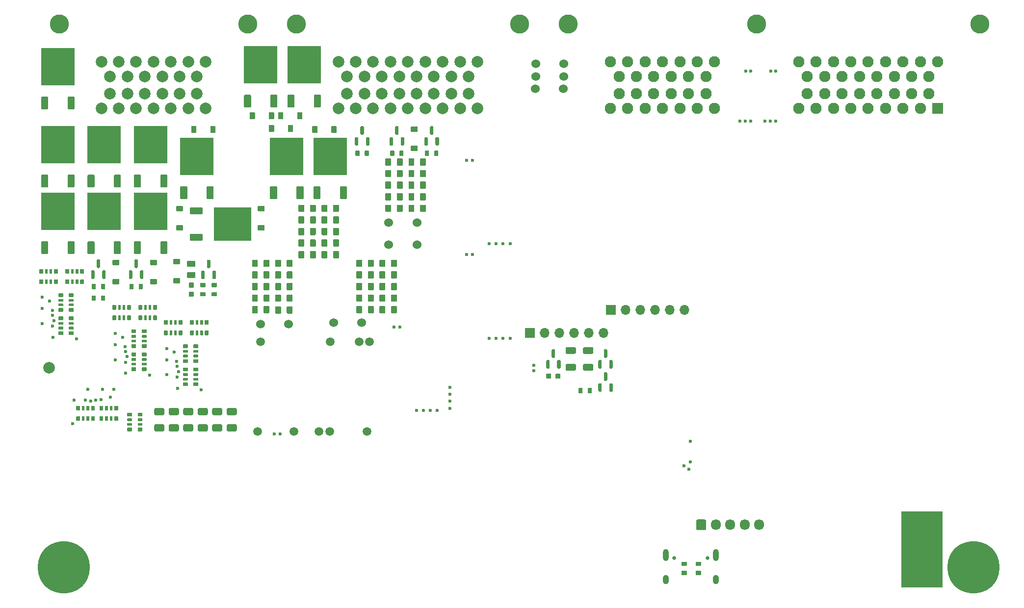
<source format=gbs>
G04 #@! TF.GenerationSoftware,KiCad,Pcbnew,7.0.8-7.0.8~ubuntu22.04.1*
G04 #@! TF.CreationDate,2023-11-01T23:01:12+00:00*
G04 #@! TF.ProjectId,alphax_8ch,616c7068-6178-45f3-9863-682e6b696361,c*
G04 #@! TF.SameCoordinates,PX143caa0PY5f592e0*
G04 #@! TF.FileFunction,Soldermask,Bot*
G04 #@! TF.FilePolarity,Negative*
%FSLAX46Y46*%
G04 Gerber Fmt 4.6, Leading zero omitted, Abs format (unit mm)*
G04 Created by KiCad (PCBNEW 7.0.8-7.0.8~ubuntu22.04.1) date 2023-11-01 23:01:12*
%MOMM*%
%LPD*%
G01*
G04 APERTURE LIST*
%ADD10C,0.120000*%
%ADD11R,1.700000X1.700000*%
%ADD12O,1.700000X1.700000*%
%ADD13C,1.524000*%
%ADD14C,0.600000*%
%ADD15C,0.650000*%
%ADD16O,1.000000X2.100000*%
%ADD17O,1.000000X1.600000*%
%ADD18C,9.000000*%
%ADD19C,0.599999*%
%ADD20C,1.500000*%
%ADD21C,3.300000*%
%ADD22C,2.000000*%
%ADD23R,1.950000X1.950000*%
%ADD24C,1.950000*%
%ADD25O,1.700000X1.850000*%
%ADD26R,5.800000X6.400000*%
%ADD27R,6.400000X5.800000*%
G04 APERTURE END LIST*
G04 #@! TO.C,U3*
D10*
X156575000Y1630000D02*
X149575000Y1630000D01*
X149575000Y14630000D01*
X156575000Y14630000D01*
X156575000Y1630000D01*
G36*
X156575000Y1630000D02*
G01*
X149575000Y1630000D01*
X149575000Y14630000D01*
X156575000Y14630000D01*
X156575000Y1630000D01*
G37*
G04 #@! TD*
D11*
G04 #@! TO.C,J10*
X99440000Y49480000D03*
D12*
X101980000Y49480000D03*
X104520000Y49480000D03*
X107060000Y49480000D03*
X109600000Y49480000D03*
X112140000Y49480000D03*
G04 #@! TD*
D13*
G04 #@! TO.C,F5*
X43830000Y46980000D03*
X38930000Y46980000D03*
G04 #@! TD*
G04 #@! TO.C,F3*
X61050000Y64480000D03*
X65950000Y64480000D03*
G04 #@! TD*
G04 #@! TO.C,F20*
X91250000Y87600000D03*
X86350000Y87600000D03*
G04 #@! TD*
D14*
G04 #@! TO.C,M8*
X67060000Y32055000D03*
X65860000Y32055000D03*
X68260000Y32055000D03*
X69460000Y32055000D03*
X63000000Y46480000D03*
X62000000Y46480000D03*
G04 #@! TD*
D15*
G04 #@! TO.C,J13*
X110335954Y6585000D03*
X116115954Y6585000D03*
D16*
X108905954Y7085000D03*
D17*
X108905954Y2905000D03*
D16*
X117545954Y7085000D03*
D17*
X117545954Y2905000D03*
G04 #@! TD*
D11*
G04 #@! TO.C,J9*
X85420000Y45480000D03*
D12*
X87960000Y45480000D03*
X90500000Y45480000D03*
X93040000Y45480000D03*
X95580000Y45480000D03*
X98120000Y45480000D03*
G04 #@! TD*
D18*
G04 #@! TO.C,J6*
X162000000Y4980000D03*
G04 #@! TD*
D19*
G04 #@! TO.C,M14*
X15705111Y40416868D03*
X13870101Y40841876D03*
X15920109Y41391873D03*
X15705114Y42266832D03*
X15630107Y43116855D03*
X13870101Y43441871D03*
X15180101Y44741838D03*
X13870101Y45391855D03*
X19795116Y38216852D03*
X15720110Y38516854D03*
G04 #@! TD*
D20*
G04 #@! TO.C,M2*
X57350000Y28480003D03*
X50950003Y28480003D03*
X49050000Y28480003D03*
X44750000Y28480003D03*
D14*
X42350003Y28030004D03*
X41350002Y28030004D03*
D20*
X38500000Y28480003D03*
X57800002Y43980000D03*
X55950003Y43980000D03*
X51000000Y43980000D03*
X38950002Y43980000D03*
G04 #@! TD*
D14*
G04 #@! TO.C,M3*
X127900000Y82005000D03*
X126950000Y82005000D03*
X126000002Y82005000D03*
X127000000Y90705000D03*
X127900000Y90705000D03*
G04 #@! TD*
G04 #@! TO.C,M7*
X71675000Y34855000D03*
X71675000Y36055000D03*
X71675000Y33655000D03*
X71675000Y32455000D03*
X86100000Y38915000D03*
X86100000Y39915000D03*
G04 #@! TD*
D19*
G04 #@! TO.C,M13*
X8711869Y33874889D03*
X9136877Y35709899D03*
X9686874Y33659891D03*
X10561833Y33874886D03*
X11411856Y33949893D03*
X11736872Y35709899D03*
X13036839Y34399899D03*
X13686856Y35709899D03*
X6511853Y29784884D03*
X6811855Y33859890D03*
G04 #@! TD*
D13*
G04 #@! TO.C,F4*
X51550000Y47280000D03*
X56450000Y47280000D03*
G04 #@! TD*
D19*
G04 #@! TO.C,M15*
X3105111Y46641868D03*
X1270101Y47066876D03*
X3320109Y47616873D03*
X3105114Y48491832D03*
X3030107Y49341855D03*
X1270101Y49666871D03*
X2580101Y50966838D03*
X1270101Y51616855D03*
X7195116Y44441852D03*
X3120110Y44741854D03*
G04 #@! TD*
D14*
G04 #@! TO.C,M10*
X79625000Y60855000D03*
X78425000Y60855000D03*
X80825000Y60855000D03*
X82025000Y60855000D03*
X75565000Y75280000D03*
X74565000Y75280000D03*
G04 #@! TD*
D18*
G04 #@! TO.C,J5*
X5000000Y4980000D03*
G04 #@! TD*
D19*
G04 #@! TO.C,M12*
X112875002Y21955000D03*
X112000000Y22480000D03*
X113175004Y23229998D03*
X113100001Y26779999D03*
G04 #@! TD*
D21*
G04 #@! TO.C,J3*
X83650000Y98780000D03*
X45150000Y98780000D03*
D22*
X76400000Y84280000D03*
X73400000Y84280000D03*
X70400000Y84280000D03*
X67400000Y84280000D03*
X64400000Y84280000D03*
X61400000Y84280000D03*
X58400000Y84280000D03*
X55400000Y84280000D03*
X52400000Y84280000D03*
X74900000Y86780000D03*
X71900000Y86780000D03*
X68900000Y86780000D03*
X65900000Y86780000D03*
X62900000Y86780000D03*
X59900000Y86780000D03*
X56900000Y86780000D03*
X53900000Y86780000D03*
X74900000Y89780000D03*
X71900000Y89780000D03*
X68900000Y89780000D03*
X65900000Y89780000D03*
X62900000Y89780000D03*
X59900000Y89780000D03*
X56900000Y89780000D03*
X53900000Y89780000D03*
X76400000Y92280000D03*
X73400000Y92280000D03*
X70400000Y92280000D03*
X67400000Y92280000D03*
X64400000Y92280000D03*
X61400000Y92280000D03*
X58400000Y92280000D03*
X55400000Y92280000D03*
X52400000Y92280000D03*
G04 #@! TD*
D21*
G04 #@! TO.C,J4*
X36750000Y98780000D03*
X4250000Y98780000D03*
D22*
X29500000Y84280000D03*
X26500000Y84280000D03*
X23500000Y84280000D03*
X20500000Y84280000D03*
X17500000Y84280000D03*
X14500000Y84280000D03*
X11500000Y84280000D03*
X28000000Y86780000D03*
X25000000Y86780000D03*
X22000000Y86780000D03*
X19000000Y86780000D03*
X16000000Y86780000D03*
X13000000Y86780000D03*
X28000000Y89780000D03*
X25000000Y89780000D03*
X22000000Y89780000D03*
X19000000Y89780000D03*
X16000000Y89780000D03*
X13000000Y89780000D03*
X29500000Y92280000D03*
X26500000Y92280000D03*
X23500000Y92280000D03*
X20500000Y92280000D03*
X17500000Y92280000D03*
X14500000Y92280000D03*
X11500000Y92280000D03*
G04 #@! TD*
D13*
G04 #@! TO.C,F2*
X65950000Y60680000D03*
X61050000Y60680000D03*
G04 #@! TD*
D19*
G04 #@! TO.C,M16*
X24605111Y37816869D03*
X22770101Y38241877D03*
X24820109Y38791874D03*
X24605114Y39666833D03*
X24530107Y40516856D03*
X22770101Y40841872D03*
X24080101Y42141839D03*
X22770101Y42791856D03*
X28695116Y35616853D03*
X24620110Y35916855D03*
G04 #@! TD*
D13*
G04 #@! TO.C,F6*
X91330000Y91980000D03*
X86430000Y91980000D03*
G04 #@! TD*
G04 #@! TO.C,F19*
X91330000Y89780000D03*
X86430000Y89780000D03*
G04 #@! TD*
D14*
G04 #@! TO.C,M9*
X79625000Y44555000D03*
X78425000Y44555000D03*
X80825000Y44555000D03*
X82025000Y44555000D03*
X75565000Y58980000D03*
X74565000Y58980000D03*
G04 #@! TD*
D21*
G04 #@! TO.C,J2*
X92070000Y98780250D03*
X124570000Y98780250D03*
X163070000Y98780250D03*
D23*
X155820000Y84280250D03*
D24*
X152820000Y84280250D03*
X149820000Y84280250D03*
X146820000Y84280250D03*
X143820000Y84280250D03*
X140820000Y84280250D03*
X137820000Y84280250D03*
X134820000Y84280250D03*
X131820000Y84280250D03*
X154320000Y86780250D03*
X151320000Y86780250D03*
X148320000Y86780250D03*
X145320000Y86780250D03*
X142320000Y86780250D03*
X139320000Y86780250D03*
X136320000Y86780250D03*
X133320000Y86780250D03*
X154320000Y89780250D03*
X151320000Y89780250D03*
X148320000Y89780250D03*
X145320000Y89780250D03*
X142320000Y89780250D03*
X139320000Y89780250D03*
X136320000Y89780250D03*
X133320000Y89780250D03*
X155820000Y92280250D03*
X152820000Y92280250D03*
X149820000Y92280250D03*
X146820000Y92280250D03*
X143820000Y92280250D03*
X140820000Y92280250D03*
X137820000Y92280250D03*
X134820000Y92280250D03*
X131820000Y92280250D03*
X117320000Y84280250D03*
X114320000Y84280250D03*
X111320000Y84280250D03*
X108320000Y84280250D03*
X105320000Y84280250D03*
X102320000Y84280250D03*
X99320000Y84280250D03*
X115820000Y86780250D03*
X112820000Y86780250D03*
X109820000Y86780250D03*
X106820000Y86780250D03*
X103820000Y86780250D03*
X100820000Y86780250D03*
X115820000Y89780250D03*
X112820000Y89780250D03*
X109820000Y89780250D03*
X106820000Y89780250D03*
X103820000Y89780250D03*
X100820000Y89780250D03*
X117320000Y92280250D03*
X114320000Y92280250D03*
X111320000Y92280250D03*
X108320000Y92280250D03*
X105320000Y92280250D03*
X102320000Y92280250D03*
X99320000Y92280250D03*
G04 #@! TD*
D14*
G04 #@! TO.C,M4*
X123574999Y82005000D03*
X122624999Y82005000D03*
X121675001Y82005000D03*
X122674999Y90705000D03*
X123574999Y90705000D03*
G04 #@! TD*
G04 #@! TO.C,J12*
G36*
G01*
X114150000Y11650000D02*
X114150000Y13000000D01*
G75*
G02*
X114400000Y13250000I250000J0D01*
G01*
X115600000Y13250000D01*
G75*
G02*
X115850000Y13000000I0J-250000D01*
G01*
X115850000Y11650000D01*
G75*
G02*
X115600000Y11400000I-250000J0D01*
G01*
X114400000Y11400000D01*
G75*
G02*
X114150000Y11650000I0J250000D01*
G01*
G37*
D25*
X117500000Y12325000D03*
X120000000Y12325000D03*
X122500000Y12325000D03*
X125000000Y12325000D03*
G04 #@! TD*
G04 #@! TO.C,C25*
G36*
G01*
X41500000Y50955000D02*
X41500000Y52005000D01*
G75*
G02*
X41600000Y52105000I100000J0D01*
G01*
X42400000Y52105000D01*
G75*
G02*
X42500000Y52005000I0J-100000D01*
G01*
X42500000Y50955000D01*
G75*
G02*
X42400000Y50855000I-100000J0D01*
G01*
X41600000Y50855000D01*
G75*
G02*
X41500000Y50955000I0J100000D01*
G01*
G37*
G36*
G01*
X43500000Y50955000D02*
X43500000Y52005000D01*
G75*
G02*
X43600000Y52105000I100000J0D01*
G01*
X44400000Y52105000D01*
G75*
G02*
X44500000Y52005000I0J-100000D01*
G01*
X44500000Y50955000D01*
G75*
G02*
X44400000Y50855000I-100000J0D01*
G01*
X43600000Y50855000D01*
G75*
G02*
X43500000Y50955000I0J100000D01*
G01*
G37*
G04 #@! TD*
G04 #@! TO.C,C6*
G36*
G01*
X49500000Y60455000D02*
X49500000Y61505000D01*
G75*
G02*
X49600000Y61605000I100000J0D01*
G01*
X50400000Y61605000D01*
G75*
G02*
X50500000Y61505000I0J-100000D01*
G01*
X50500000Y60455000D01*
G75*
G02*
X50400000Y60355000I-100000J0D01*
G01*
X49600000Y60355000D01*
G75*
G02*
X49500000Y60455000I0J100000D01*
G01*
G37*
G36*
G01*
X51500000Y60455000D02*
X51500000Y61505000D01*
G75*
G02*
X51600000Y61605000I100000J0D01*
G01*
X52400000Y61605000D01*
G75*
G02*
X52500000Y61505000I0J-100000D01*
G01*
X52500000Y60455000D01*
G75*
G02*
X52400000Y60355000I-100000J0D01*
G01*
X51600000Y60355000D01*
G75*
G02*
X51500000Y60455000I0J100000D01*
G01*
G37*
G04 #@! TD*
G04 #@! TO.C,F10*
G36*
G01*
X33375000Y32505000D02*
X34625000Y32505000D01*
G75*
G02*
X34875000Y32255000I0J-250000D01*
G01*
X34875000Y31505000D01*
G75*
G02*
X34625000Y31255000I-250000J0D01*
G01*
X33375000Y31255000D01*
G75*
G02*
X33125000Y31505000I0J250000D01*
G01*
X33125000Y32255000D01*
G75*
G02*
X33375000Y32505000I250000J0D01*
G01*
G37*
G36*
G01*
X33375000Y29705000D02*
X34625000Y29705000D01*
G75*
G02*
X34875000Y29455000I0J-250000D01*
G01*
X34875000Y28705000D01*
G75*
G02*
X34625000Y28455000I-250000J0D01*
G01*
X33375000Y28455000D01*
G75*
G02*
X33125000Y28705000I0J250000D01*
G01*
X33125000Y29455000D01*
G75*
G02*
X33375000Y29705000I250000J0D01*
G01*
G37*
G04 #@! TD*
G04 #@! TO.C,R1004*
G36*
G01*
X17435000Y38879999D02*
X16765000Y38879999D01*
G75*
G02*
X16700000Y38944999I0J65000D01*
G01*
X16700000Y39464999D01*
G75*
G02*
X16765000Y39529999I65000J0D01*
G01*
X17435000Y39529999D01*
G75*
G02*
X17500000Y39464999I0J-65000D01*
G01*
X17500000Y38944999D01*
G75*
G02*
X17435000Y38879999I-65000J0D01*
G01*
G37*
G36*
G01*
X17455000Y39854999D02*
X16745000Y39854999D01*
G75*
G02*
X16700000Y39899999I0J45000D01*
G01*
X16700000Y40259999D01*
G75*
G02*
X16745000Y40304999I45000J0D01*
G01*
X17455000Y40304999D01*
G75*
G02*
X17500000Y40259999I0J-45000D01*
G01*
X17500000Y39899999D01*
G75*
G02*
X17455000Y39854999I-45000J0D01*
G01*
G37*
G36*
G01*
X17455000Y40654999D02*
X16745000Y40654999D01*
G75*
G02*
X16700000Y40699999I0J45000D01*
G01*
X16700000Y41059999D01*
G75*
G02*
X16745000Y41104999I45000J0D01*
G01*
X17455000Y41104999D01*
G75*
G02*
X17500000Y41059999I0J-45000D01*
G01*
X17500000Y40699999D01*
G75*
G02*
X17455000Y40654999I-45000J0D01*
G01*
G37*
G36*
G01*
X17435000Y41429999D02*
X16765000Y41429999D01*
G75*
G02*
X16700000Y41494999I0J65000D01*
G01*
X16700000Y42014999D01*
G75*
G02*
X16765000Y42079999I65000J0D01*
G01*
X17435000Y42079999D01*
G75*
G02*
X17500000Y42014999I0J-65000D01*
G01*
X17500000Y41494999D01*
G75*
G02*
X17435000Y41429999I-65000J0D01*
G01*
G37*
G36*
G01*
X19235000Y41429999D02*
X18565000Y41429999D01*
G75*
G02*
X18500000Y41494999I0J65000D01*
G01*
X18500000Y42014999D01*
G75*
G02*
X18565000Y42079999I65000J0D01*
G01*
X19235000Y42079999D01*
G75*
G02*
X19300000Y42014999I0J-65000D01*
G01*
X19300000Y41494999D01*
G75*
G02*
X19235000Y41429999I-65000J0D01*
G01*
G37*
G36*
G01*
X19255000Y40654999D02*
X18545000Y40654999D01*
G75*
G02*
X18500000Y40699999I0J45000D01*
G01*
X18500000Y41059999D01*
G75*
G02*
X18545000Y41104999I45000J0D01*
G01*
X19255000Y41104999D01*
G75*
G02*
X19300000Y41059999I0J-45000D01*
G01*
X19300000Y40699999D01*
G75*
G02*
X19255000Y40654999I-45000J0D01*
G01*
G37*
G36*
G01*
X19255000Y39854999D02*
X18545000Y39854999D01*
G75*
G02*
X18500000Y39899999I0J45000D01*
G01*
X18500000Y40259999D01*
G75*
G02*
X18545000Y40304999I45000J0D01*
G01*
X19255000Y40304999D01*
G75*
G02*
X19300000Y40259999I0J-45000D01*
G01*
X19300000Y39899999D01*
G75*
G02*
X19255000Y39854999I-45000J0D01*
G01*
G37*
G36*
G01*
X19235000Y38879999D02*
X18565000Y38879999D01*
G75*
G02*
X18500000Y38944999I0J65000D01*
G01*
X18500000Y39464999D01*
G75*
G02*
X18565000Y39529999I65000J0D01*
G01*
X19235000Y39529999D01*
G75*
G02*
X19300000Y39464999I0J-65000D01*
G01*
X19300000Y38944999D01*
G75*
G02*
X19235000Y38879999I-65000J0D01*
G01*
G37*
G04 #@! TD*
G04 #@! TO.C,C40*
G36*
G01*
X64500000Y72455000D02*
X64500000Y73505000D01*
G75*
G02*
X64600000Y73605000I100000J0D01*
G01*
X65400000Y73605000D01*
G75*
G02*
X65500000Y73505000I0J-100000D01*
G01*
X65500000Y72455000D01*
G75*
G02*
X65400000Y72355000I-100000J0D01*
G01*
X64600000Y72355000D01*
G75*
G02*
X64500000Y72455000I0J100000D01*
G01*
G37*
G36*
G01*
X66500000Y72455000D02*
X66500000Y73505000D01*
G75*
G02*
X66600000Y73605000I100000J0D01*
G01*
X67400000Y73605000D01*
G75*
G02*
X67500000Y73505000I0J-100000D01*
G01*
X67500000Y72455000D01*
G75*
G02*
X67400000Y72355000I-100000J0D01*
G01*
X66600000Y72355000D01*
G75*
G02*
X66500000Y72455000I0J100000D01*
G01*
G37*
G04 #@! TD*
G04 #@! TO.C,R15*
G36*
G01*
X96400000Y42775010D02*
X96400000Y42085010D01*
G75*
G02*
X96170000Y41855010I-230000J0D01*
G01*
X94830000Y41855010D01*
G75*
G02*
X94600000Y42085010I0J230000D01*
G01*
X94600000Y42775010D01*
G75*
G02*
X94830000Y43005010I230000J0D01*
G01*
X96170000Y43005010D01*
G75*
G02*
X96400000Y42775010I0J-230000D01*
G01*
G37*
G36*
G01*
X96400000Y39874990D02*
X96400000Y39184990D01*
G75*
G02*
X96170000Y38954990I-230000J0D01*
G01*
X94830000Y38954990D01*
G75*
G02*
X94600000Y39184990I0J230000D01*
G01*
X94600000Y39874990D01*
G75*
G02*
X94830000Y40104990I230000J0D01*
G01*
X96170000Y40104990D01*
G75*
G02*
X96400000Y39874990I0J-230000D01*
G01*
G37*
G04 #@! TD*
G04 #@! TO.C,Q37*
G36*
G01*
X46260000Y68580000D02*
X45300000Y68580000D01*
G75*
G02*
X45180000Y68700000I0J120000D01*
G01*
X45180000Y70660000D01*
G75*
G02*
X45300000Y70780000I120000J0D01*
G01*
X46260000Y70780000D01*
G75*
G02*
X46380000Y70660000I0J-120000D01*
G01*
X46380000Y68700000D01*
G75*
G02*
X46260000Y68580000I-120000J0D01*
G01*
G37*
D26*
X43500000Y75980000D03*
G36*
G01*
X41700000Y68580000D02*
X40740000Y68580000D01*
G75*
G02*
X40620000Y68700000I0J120000D01*
G01*
X40620000Y70660000D01*
G75*
G02*
X40740000Y70780000I120000J0D01*
G01*
X41700000Y70780000D01*
G75*
G02*
X41820000Y70660000I0J-120000D01*
G01*
X41820000Y68700000D01*
G75*
G02*
X41700000Y68580000I-120000J0D01*
G01*
G37*
G04 #@! TD*
G04 #@! TO.C,F14*
G36*
G01*
X28375000Y32505000D02*
X29625000Y32505000D01*
G75*
G02*
X29875000Y32255000I0J-250000D01*
G01*
X29875000Y31505000D01*
G75*
G02*
X29625000Y31255000I-250000J0D01*
G01*
X28375000Y31255000D01*
G75*
G02*
X28125000Y31505000I0J250000D01*
G01*
X28125000Y32255000D01*
G75*
G02*
X28375000Y32505000I250000J0D01*
G01*
G37*
G36*
G01*
X28375000Y29705000D02*
X29625000Y29705000D01*
G75*
G02*
X29875000Y29455000I0J-250000D01*
G01*
X29875000Y28705000D01*
G75*
G02*
X29625000Y28455000I-250000J0D01*
G01*
X28375000Y28455000D01*
G75*
G02*
X28125000Y28705000I0J250000D01*
G01*
X28125000Y29455000D01*
G75*
G02*
X28375000Y29705000I250000J0D01*
G01*
G37*
G04 #@! TD*
G04 #@! TO.C,R21*
G36*
G01*
X112440954Y3666682D02*
X111660954Y3666682D01*
G75*
G02*
X111590954Y3736682I0J70000D01*
G01*
X111590954Y4296682D01*
G75*
G02*
X111660954Y4366682I70000J0D01*
G01*
X112440954Y4366682D01*
G75*
G02*
X112510954Y4296682I0J-70000D01*
G01*
X112510954Y3736682D01*
G75*
G02*
X112440954Y3666682I-70000J0D01*
G01*
G37*
G36*
G01*
X112440954Y5266682D02*
X111660954Y5266682D01*
G75*
G02*
X111590954Y5336682I0J70000D01*
G01*
X111590954Y5896682D01*
G75*
G02*
X111660954Y5966682I70000J0D01*
G01*
X112440954Y5966682D01*
G75*
G02*
X112510954Y5896682I0J-70000D01*
G01*
X112510954Y5336682D01*
G75*
G02*
X112440954Y5266682I-70000J0D01*
G01*
G37*
G04 #@! TD*
G04 #@! TO.C,Q30*
G36*
G01*
X30760000Y68580000D02*
X29800000Y68580000D01*
G75*
G02*
X29680000Y68700000I0J120000D01*
G01*
X29680000Y70660000D01*
G75*
G02*
X29800000Y70780000I120000J0D01*
G01*
X30760000Y70780000D01*
G75*
G02*
X30880000Y70660000I0J-120000D01*
G01*
X30880000Y68700000D01*
G75*
G02*
X30760000Y68580000I-120000J0D01*
G01*
G37*
X28000000Y75980000D03*
G36*
G01*
X26200000Y68580000D02*
X25240000Y68580000D01*
G75*
G02*
X25120000Y68700000I0J120000D01*
G01*
X25120000Y70660000D01*
G75*
G02*
X25240000Y70780000I120000J0D01*
G01*
X26200000Y70780000D01*
G75*
G02*
X26320000Y70660000I0J-120000D01*
G01*
X26320000Y68700000D01*
G75*
G02*
X26200000Y68580000I-120000J0D01*
G01*
G37*
G04 #@! TD*
G04 #@! TO.C,D79*
G36*
G01*
X90600000Y39305000D02*
X90300000Y39305000D01*
G75*
G02*
X90150000Y39455000I0J150000D01*
G01*
X90150000Y40630000D01*
G75*
G02*
X90300000Y40780000I150000J0D01*
G01*
X90600000Y40780000D01*
G75*
G02*
X90750000Y40630000I0J-150000D01*
G01*
X90750000Y39455000D01*
G75*
G02*
X90600000Y39305000I-150000J0D01*
G01*
G37*
G36*
G01*
X88700000Y39305000D02*
X88400000Y39305000D01*
G75*
G02*
X88250000Y39455000I0J150000D01*
G01*
X88250000Y40630000D01*
G75*
G02*
X88400000Y40780000I150000J0D01*
G01*
X88700000Y40780000D01*
G75*
G02*
X88850000Y40630000I0J-150000D01*
G01*
X88850000Y39455000D01*
G75*
G02*
X88700000Y39305000I-150000J0D01*
G01*
G37*
G36*
G01*
X89650000Y41180000D02*
X89350000Y41180000D01*
G75*
G02*
X89200000Y41330000I0J150000D01*
G01*
X89200000Y42505000D01*
G75*
G02*
X89350000Y42655000I150000J0D01*
G01*
X89650000Y42655000D01*
G75*
G02*
X89800000Y42505000I0J-150000D01*
G01*
X89800000Y41330000D01*
G75*
G02*
X89650000Y41180000I-150000J0D01*
G01*
G37*
G04 #@! TD*
G04 #@! TO.C,D87*
G36*
G01*
X25010000Y54030001D02*
X23990000Y54030001D01*
G75*
G02*
X23900000Y54120001I0J90000D01*
G01*
X23900000Y54840001D01*
G75*
G02*
X23990000Y54930001I90000J0D01*
G01*
X25010000Y54930001D01*
G75*
G02*
X25100000Y54840001I0J-90000D01*
G01*
X25100000Y54120001D01*
G75*
G02*
X25010000Y54030001I-90000J0D01*
G01*
G37*
G36*
G01*
X25010000Y57330001D02*
X23990000Y57330001D01*
G75*
G02*
X23900000Y57420001I0J90000D01*
G01*
X23900000Y58140001D01*
G75*
G02*
X23990000Y58230001I90000J0D01*
G01*
X25010000Y58230001D01*
G75*
G02*
X25100000Y58140001I0J-90000D01*
G01*
X25100000Y57420001D01*
G75*
G02*
X25010000Y57330001I-90000J0D01*
G01*
G37*
G04 #@! TD*
G04 #@! TO.C,D84*
G36*
G01*
X64990000Y81080000D02*
X66010000Y81080000D01*
G75*
G02*
X66100000Y80990000I0J-90000D01*
G01*
X66100000Y80270000D01*
G75*
G02*
X66010000Y80180000I-90000J0D01*
G01*
X64990000Y80180000D01*
G75*
G02*
X64900000Y80270000I0J90000D01*
G01*
X64900000Y80990000D01*
G75*
G02*
X64990000Y81080000I90000J0D01*
G01*
G37*
G36*
G01*
X64990000Y77780000D02*
X66010000Y77780000D01*
G75*
G02*
X66100000Y77690000I0J-90000D01*
G01*
X66100000Y76970000D01*
G75*
G02*
X66010000Y76880000I-90000J0D01*
G01*
X64990000Y76880000D01*
G75*
G02*
X64900000Y76970000I0J90000D01*
G01*
X64900000Y77690000D01*
G75*
G02*
X64990000Y77780000I90000J0D01*
G01*
G37*
G04 #@! TD*
G04 #@! TO.C,Q8*
G36*
G01*
X69600000Y77805000D02*
X69300000Y77805000D01*
G75*
G02*
X69150000Y77955000I0J150000D01*
G01*
X69150000Y79130000D01*
G75*
G02*
X69300000Y79280000I150000J0D01*
G01*
X69600000Y79280000D01*
G75*
G02*
X69750000Y79130000I0J-150000D01*
G01*
X69750000Y77955000D01*
G75*
G02*
X69600000Y77805000I-150000J0D01*
G01*
G37*
G36*
G01*
X68650000Y79680000D02*
X68350000Y79680000D01*
G75*
G02*
X68200000Y79830000I0J150000D01*
G01*
X68200000Y81005000D01*
G75*
G02*
X68350000Y81155000I150000J0D01*
G01*
X68650000Y81155000D01*
G75*
G02*
X68800000Y81005000I0J-150000D01*
G01*
X68800000Y79830000D01*
G75*
G02*
X68650000Y79680000I-150000J0D01*
G01*
G37*
G36*
G01*
X67700000Y77805000D02*
X67400000Y77805000D01*
G75*
G02*
X67250000Y77955000I0J150000D01*
G01*
X67250000Y79130000D01*
G75*
G02*
X67400000Y79280000I150000J0D01*
G01*
X67700000Y79280000D01*
G75*
G02*
X67850000Y79130000I0J-150000D01*
G01*
X67850000Y77955000D01*
G75*
G02*
X67700000Y77805000I-150000J0D01*
G01*
G37*
G04 #@! TD*
G04 #@! TO.C,F16*
G36*
G01*
X20875000Y32505000D02*
X22125000Y32505000D01*
G75*
G02*
X22375000Y32255000I0J-250000D01*
G01*
X22375000Y31505000D01*
G75*
G02*
X22125000Y31255000I-250000J0D01*
G01*
X20875000Y31255000D01*
G75*
G02*
X20625000Y31505000I0J250000D01*
G01*
X20625000Y32255000D01*
G75*
G02*
X20875000Y32505000I250000J0D01*
G01*
G37*
G36*
G01*
X20875000Y29705000D02*
X22125000Y29705000D01*
G75*
G02*
X22375000Y29455000I0J-250000D01*
G01*
X22375000Y28705000D01*
G75*
G02*
X22125000Y28455000I-250000J0D01*
G01*
X20875000Y28455000D01*
G75*
G02*
X20625000Y28705000I0J250000D01*
G01*
X20625000Y29455000D01*
G75*
G02*
X20875000Y29705000I250000J0D01*
G01*
G37*
G04 #@! TD*
G04 #@! TO.C,D1001*
G36*
G01*
X47900000Y80070000D02*
X47900000Y81090000D01*
G75*
G02*
X47990000Y81180000I90000J0D01*
G01*
X48710000Y81180000D01*
G75*
G02*
X48800000Y81090000I0J-90000D01*
G01*
X48800000Y80070000D01*
G75*
G02*
X48710000Y79980000I-90000J0D01*
G01*
X47990000Y79980000D01*
G75*
G02*
X47900000Y80070000I0J90000D01*
G01*
G37*
G36*
G01*
X51200000Y80070000D02*
X51200000Y81090000D01*
G75*
G02*
X51290000Y81180000I90000J0D01*
G01*
X52010000Y81180000D01*
G75*
G02*
X52100000Y81090000I0J-90000D01*
G01*
X52100000Y80070000D01*
G75*
G02*
X52010000Y79980000I-90000J0D01*
G01*
X51290000Y79980000D01*
G75*
G02*
X51200000Y80070000I0J90000D01*
G01*
G37*
G04 #@! TD*
G04 #@! TO.C,D90*
G36*
G01*
X21010000Y53880000D02*
X19990000Y53880000D01*
G75*
G02*
X19900000Y53970000I0J90000D01*
G01*
X19900000Y54690000D01*
G75*
G02*
X19990000Y54780000I90000J0D01*
G01*
X21010000Y54780000D01*
G75*
G02*
X21100000Y54690000I0J-90000D01*
G01*
X21100000Y53970000D01*
G75*
G02*
X21010000Y53880000I-90000J0D01*
G01*
G37*
G36*
G01*
X21010000Y57180000D02*
X19990000Y57180000D01*
G75*
G02*
X19900000Y57270000I0J90000D01*
G01*
X19900000Y57990000D01*
G75*
G02*
X19990000Y58080000I90000J0D01*
G01*
X21010000Y58080000D01*
G75*
G02*
X21100000Y57990000I0J-90000D01*
G01*
X21100000Y57270000D01*
G75*
G02*
X21010000Y57180000I-90000J0D01*
G01*
G37*
G04 #@! TD*
G04 #@! TO.C,C53*
G36*
G01*
X59500000Y54955000D02*
X59500000Y56005000D01*
G75*
G02*
X59600000Y56105000I100000J0D01*
G01*
X60400000Y56105000D01*
G75*
G02*
X60500000Y56005000I0J-100000D01*
G01*
X60500000Y54955000D01*
G75*
G02*
X60400000Y54855000I-100000J0D01*
G01*
X59600000Y54855000D01*
G75*
G02*
X59500000Y54955000I0J100000D01*
G01*
G37*
G36*
G01*
X61500000Y54955000D02*
X61500000Y56005000D01*
G75*
G02*
X61600000Y56105000I100000J0D01*
G01*
X62400000Y56105000D01*
G75*
G02*
X62500000Y56005000I0J-100000D01*
G01*
X62500000Y54955000D01*
G75*
G02*
X62400000Y54855000I-100000J0D01*
G01*
X61600000Y54855000D01*
G75*
G02*
X61500000Y54955000I0J100000D01*
G01*
G37*
G04 #@! TD*
G04 #@! TO.C,F8*
G36*
G01*
X30875000Y32505000D02*
X32125000Y32505000D01*
G75*
G02*
X32375000Y32255000I0J-250000D01*
G01*
X32375000Y31505000D01*
G75*
G02*
X32125000Y31255000I-250000J0D01*
G01*
X30875000Y31255000D01*
G75*
G02*
X30625000Y31505000I0J250000D01*
G01*
X30625000Y32255000D01*
G75*
G02*
X30875000Y32505000I250000J0D01*
G01*
G37*
G36*
G01*
X30875000Y29705000D02*
X32125000Y29705000D01*
G75*
G02*
X32375000Y29455000I0J-250000D01*
G01*
X32375000Y28705000D01*
G75*
G02*
X32125000Y28455000I-250000J0D01*
G01*
X30875000Y28455000D01*
G75*
G02*
X30625000Y28705000I0J250000D01*
G01*
X30625000Y29455000D01*
G75*
G02*
X30875000Y29705000I250000J0D01*
G01*
G37*
G04 #@! TD*
G04 #@! TO.C,F13*
G36*
G01*
X25875000Y32505000D02*
X27125000Y32505000D01*
G75*
G02*
X27375000Y32255000I0J-250000D01*
G01*
X27375000Y31505000D01*
G75*
G02*
X27125000Y31255000I-250000J0D01*
G01*
X25875000Y31255000D01*
G75*
G02*
X25625000Y31505000I0J250000D01*
G01*
X25625000Y32255000D01*
G75*
G02*
X25875000Y32505000I250000J0D01*
G01*
G37*
G36*
G01*
X25875000Y29705000D02*
X27125000Y29705000D01*
G75*
G02*
X27375000Y29455000I0J-250000D01*
G01*
X27375000Y28705000D01*
G75*
G02*
X27125000Y28455000I-250000J0D01*
G01*
X25875000Y28455000D01*
G75*
G02*
X25625000Y28705000I0J250000D01*
G01*
X25625000Y29455000D01*
G75*
G02*
X25875000Y29705000I250000J0D01*
G01*
G37*
G04 #@! TD*
G04 #@! TO.C,C10*
G36*
G01*
X48500000Y61505000D02*
X48500000Y60455000D01*
G75*
G02*
X48400000Y60355000I-100000J0D01*
G01*
X47600000Y60355000D01*
G75*
G02*
X47500000Y60455000I0J100000D01*
G01*
X47500000Y61505000D01*
G75*
G02*
X47600000Y61605000I100000J0D01*
G01*
X48400000Y61605000D01*
G75*
G02*
X48500000Y61505000I0J-100000D01*
G01*
G37*
G36*
G01*
X46500000Y61505000D02*
X46500000Y60455000D01*
G75*
G02*
X46400000Y60355000I-100000J0D01*
G01*
X45600000Y60355000D01*
G75*
G02*
X45500000Y60455000I0J100000D01*
G01*
X45500000Y61505000D01*
G75*
G02*
X45600000Y61605000I100000J0D01*
G01*
X46400000Y61605000D01*
G75*
G02*
X46500000Y61505000I0J-100000D01*
G01*
G37*
G04 #@! TD*
G04 #@! TO.C,Q41*
G36*
G01*
X22760000Y70580000D02*
X21800000Y70580000D01*
G75*
G02*
X21680000Y70700000I0J120000D01*
G01*
X21680000Y72660000D01*
G75*
G02*
X21800000Y72780000I120000J0D01*
G01*
X22760000Y72780000D01*
G75*
G02*
X22880000Y72660000I0J-120000D01*
G01*
X22880000Y70700000D01*
G75*
G02*
X22760000Y70580000I-120000J0D01*
G01*
G37*
X20000000Y77980000D03*
G36*
G01*
X18200000Y70580000D02*
X17240000Y70580000D01*
G75*
G02*
X17120000Y70700000I0J120000D01*
G01*
X17120000Y72660000D01*
G75*
G02*
X17240000Y72780000I120000J0D01*
G01*
X18200000Y72780000D01*
G75*
G02*
X18320000Y72660000I0J-120000D01*
G01*
X18320000Y70700000D01*
G75*
G02*
X18200000Y70580000I-120000J0D01*
G01*
G37*
G04 #@! TD*
G04 #@! TO.C,C9*
G36*
G01*
X49500000Y66455000D02*
X49500000Y67505000D01*
G75*
G02*
X49600000Y67605000I100000J0D01*
G01*
X50400000Y67605000D01*
G75*
G02*
X50500000Y67505000I0J-100000D01*
G01*
X50500000Y66455000D01*
G75*
G02*
X50400000Y66355000I-100000J0D01*
G01*
X49600000Y66355000D01*
G75*
G02*
X49500000Y66455000I0J100000D01*
G01*
G37*
G36*
G01*
X51500000Y66455000D02*
X51500000Y67505000D01*
G75*
G02*
X51600000Y67605000I100000J0D01*
G01*
X52400000Y67605000D01*
G75*
G02*
X52500000Y67505000I0J-100000D01*
G01*
X52500000Y66455000D01*
G75*
G02*
X52400000Y66355000I-100000J0D01*
G01*
X51600000Y66355000D01*
G75*
G02*
X51500000Y66455000I0J100000D01*
G01*
G37*
G04 #@! TD*
G04 #@! TO.C,R19*
G36*
G01*
X96150000Y35870000D02*
X96150000Y35090000D01*
G75*
G02*
X96080000Y35020000I-70000J0D01*
G01*
X95520000Y35020000D01*
G75*
G02*
X95450000Y35090000I0J70000D01*
G01*
X95450000Y35870000D01*
G75*
G02*
X95520000Y35940000I70000J0D01*
G01*
X96080000Y35940000D01*
G75*
G02*
X96150000Y35870000I0J-70000D01*
G01*
G37*
G36*
G01*
X94550000Y35870000D02*
X94550000Y35090000D01*
G75*
G02*
X94480000Y35020000I-70000J0D01*
G01*
X93920000Y35020000D01*
G75*
G02*
X93850000Y35090000I0J70000D01*
G01*
X93850000Y35870000D01*
G75*
G02*
X93920000Y35940000I70000J0D01*
G01*
X94480000Y35940000D01*
G75*
G02*
X94550000Y35870000I0J-70000D01*
G01*
G37*
G04 #@! TD*
G04 #@! TO.C,R61*
G36*
G01*
X29390000Y51780001D02*
X28610000Y51780001D01*
G75*
G02*
X28540000Y51850001I0J70000D01*
G01*
X28540000Y52410001D01*
G75*
G02*
X28610000Y52480001I70000J0D01*
G01*
X29390000Y52480001D01*
G75*
G02*
X29460000Y52410001I0J-70000D01*
G01*
X29460000Y51850001D01*
G75*
G02*
X29390000Y51780001I-70000J0D01*
G01*
G37*
G36*
G01*
X29390000Y53380001D02*
X28610000Y53380001D01*
G75*
G02*
X28540000Y53450001I0J70000D01*
G01*
X28540000Y54010001D01*
G75*
G02*
X28610000Y54080001I70000J0D01*
G01*
X29390000Y54080001D01*
G75*
G02*
X29460000Y54010001I0J-70000D01*
G01*
X29460000Y53450001D01*
G75*
G02*
X29390000Y53380001I-70000J0D01*
G01*
G37*
G04 #@! TD*
G04 #@! TO.C,C13*
G36*
G01*
X48500000Y65505000D02*
X48500000Y64455000D01*
G75*
G02*
X48400000Y64355000I-100000J0D01*
G01*
X47600000Y64355000D01*
G75*
G02*
X47500000Y64455000I0J100000D01*
G01*
X47500000Y65505000D01*
G75*
G02*
X47600000Y65605000I100000J0D01*
G01*
X48400000Y65605000D01*
G75*
G02*
X48500000Y65505000I0J-100000D01*
G01*
G37*
G36*
G01*
X46500000Y65505000D02*
X46500000Y64455000D01*
G75*
G02*
X46400000Y64355000I-100000J0D01*
G01*
X45600000Y64355000D01*
G75*
G02*
X45500000Y64455000I0J100000D01*
G01*
X45500000Y65505000D01*
G75*
G02*
X45600000Y65605000I100000J0D01*
G01*
X46400000Y65605000D01*
G75*
G02*
X46500000Y65505000I0J-100000D01*
G01*
G37*
G04 #@! TD*
G04 #@! TO.C,R62*
G36*
G01*
X31390000Y51780001D02*
X30610000Y51780001D01*
G75*
G02*
X30540000Y51850001I0J70000D01*
G01*
X30540000Y52410001D01*
G75*
G02*
X30610000Y52480001I70000J0D01*
G01*
X31390000Y52480001D01*
G75*
G02*
X31460000Y52410001I0J-70000D01*
G01*
X31460000Y51850001D01*
G75*
G02*
X31390000Y51780001I-70000J0D01*
G01*
G37*
G36*
G01*
X31390000Y53380001D02*
X30610000Y53380001D01*
G75*
G02*
X30540000Y53450001I0J70000D01*
G01*
X30540000Y54010001D01*
G75*
G02*
X30610000Y54080001I70000J0D01*
G01*
X31390000Y54080001D01*
G75*
G02*
X31460000Y54010001I0J-70000D01*
G01*
X31460000Y53450001D01*
G75*
G02*
X31390000Y53380001I-70000J0D01*
G01*
G37*
G04 #@! TD*
G04 #@! TO.C,C8*
G36*
G01*
X49500000Y64455000D02*
X49500000Y65505000D01*
G75*
G02*
X49600000Y65605000I100000J0D01*
G01*
X50400000Y65605000D01*
G75*
G02*
X50500000Y65505000I0J-100000D01*
G01*
X50500000Y64455000D01*
G75*
G02*
X50400000Y64355000I-100000J0D01*
G01*
X49600000Y64355000D01*
G75*
G02*
X49500000Y64455000I0J100000D01*
G01*
G37*
G36*
G01*
X51500000Y64455000D02*
X51500000Y65505000D01*
G75*
G02*
X51600000Y65605000I100000J0D01*
G01*
X52400000Y65605000D01*
G75*
G02*
X52500000Y65505000I0J-100000D01*
G01*
X52500000Y64455000D01*
G75*
G02*
X52400000Y64355000I-100000J0D01*
G01*
X51600000Y64355000D01*
G75*
G02*
X51500000Y64455000I0J100000D01*
G01*
G37*
G04 #@! TD*
G04 #@! TO.C,Q45*
G36*
G01*
X14760000Y70580000D02*
X13800000Y70580000D01*
G75*
G02*
X13680000Y70700000I0J120000D01*
G01*
X13680000Y72660000D01*
G75*
G02*
X13800000Y72780000I120000J0D01*
G01*
X14760000Y72780000D01*
G75*
G02*
X14880000Y72660000I0J-120000D01*
G01*
X14880000Y70700000D01*
G75*
G02*
X14760000Y70580000I-120000J0D01*
G01*
G37*
X12000000Y77980000D03*
G36*
G01*
X10200000Y70580000D02*
X9240000Y70580000D01*
G75*
G02*
X9120000Y70700000I0J120000D01*
G01*
X9120000Y72660000D01*
G75*
G02*
X9240000Y72780000I120000J0D01*
G01*
X10200000Y72780000D01*
G75*
G02*
X10320000Y72660000I0J-120000D01*
G01*
X10320000Y70700000D01*
G75*
G02*
X10200000Y70580000I-120000J0D01*
G01*
G37*
G04 #@! TD*
G04 #@! TO.C,D98*
G36*
G01*
X39585000Y63180000D02*
X38565000Y63180000D01*
G75*
G02*
X38475000Y63270000I0J90000D01*
G01*
X38475000Y63990000D01*
G75*
G02*
X38565000Y64080000I90000J0D01*
G01*
X39585000Y64080000D01*
G75*
G02*
X39675000Y63990000I0J-90000D01*
G01*
X39675000Y63270000D01*
G75*
G02*
X39585000Y63180000I-90000J0D01*
G01*
G37*
G36*
G01*
X39585000Y66480000D02*
X38565000Y66480000D01*
G75*
G02*
X38475000Y66570000I0J90000D01*
G01*
X38475000Y67290000D01*
G75*
G02*
X38565000Y67380000I90000J0D01*
G01*
X39585000Y67380000D01*
G75*
G02*
X39675000Y67290000I0J-90000D01*
G01*
X39675000Y66570000D01*
G75*
G02*
X39585000Y66480000I-90000J0D01*
G01*
G37*
G04 #@! TD*
G04 #@! TO.C,R1001*
G36*
G01*
X5300000Y55770000D02*
X5300000Y56440000D01*
G75*
G02*
X5365000Y56505000I65000J0D01*
G01*
X5885000Y56505000D01*
G75*
G02*
X5950000Y56440000I0J-65000D01*
G01*
X5950000Y55770000D01*
G75*
G02*
X5885000Y55705000I-65000J0D01*
G01*
X5365000Y55705000D01*
G75*
G02*
X5300000Y55770000I0J65000D01*
G01*
G37*
G36*
G01*
X6275000Y55750000D02*
X6275000Y56460000D01*
G75*
G02*
X6320000Y56505000I45000J0D01*
G01*
X6680000Y56505000D01*
G75*
G02*
X6725000Y56460000I0J-45000D01*
G01*
X6725000Y55750000D01*
G75*
G02*
X6680000Y55705000I-45000J0D01*
G01*
X6320000Y55705000D01*
G75*
G02*
X6275000Y55750000I0J45000D01*
G01*
G37*
G36*
G01*
X7075000Y55750000D02*
X7075000Y56460000D01*
G75*
G02*
X7120000Y56505000I45000J0D01*
G01*
X7480000Y56505000D01*
G75*
G02*
X7525000Y56460000I0J-45000D01*
G01*
X7525000Y55750000D01*
G75*
G02*
X7480000Y55705000I-45000J0D01*
G01*
X7120000Y55705000D01*
G75*
G02*
X7075000Y55750000I0J45000D01*
G01*
G37*
G36*
G01*
X7850000Y55770000D02*
X7850000Y56440000D01*
G75*
G02*
X7915000Y56505000I65000J0D01*
G01*
X8435000Y56505000D01*
G75*
G02*
X8500000Y56440000I0J-65000D01*
G01*
X8500000Y55770000D01*
G75*
G02*
X8435000Y55705000I-65000J0D01*
G01*
X7915000Y55705000D01*
G75*
G02*
X7850000Y55770000I0J65000D01*
G01*
G37*
G36*
G01*
X7850000Y53970000D02*
X7850000Y54640000D01*
G75*
G02*
X7915000Y54705000I65000J0D01*
G01*
X8435000Y54705000D01*
G75*
G02*
X8500000Y54640000I0J-65000D01*
G01*
X8500000Y53970000D01*
G75*
G02*
X8435000Y53905000I-65000J0D01*
G01*
X7915000Y53905000D01*
G75*
G02*
X7850000Y53970000I0J65000D01*
G01*
G37*
G36*
G01*
X7075000Y53950000D02*
X7075000Y54660000D01*
G75*
G02*
X7120000Y54705000I45000J0D01*
G01*
X7480000Y54705000D01*
G75*
G02*
X7525000Y54660000I0J-45000D01*
G01*
X7525000Y53950000D01*
G75*
G02*
X7480000Y53905000I-45000J0D01*
G01*
X7120000Y53905000D01*
G75*
G02*
X7075000Y53950000I0J45000D01*
G01*
G37*
G36*
G01*
X6275000Y53950000D02*
X6275000Y54660000D01*
G75*
G02*
X6320000Y54705000I45000J0D01*
G01*
X6680000Y54705000D01*
G75*
G02*
X6725000Y54660000I0J-45000D01*
G01*
X6725000Y53950000D01*
G75*
G02*
X6680000Y53905000I-45000J0D01*
G01*
X6320000Y53905000D01*
G75*
G02*
X6275000Y53950000I0J45000D01*
G01*
G37*
G36*
G01*
X5300000Y53970000D02*
X5300000Y54640000D01*
G75*
G02*
X5365000Y54705000I65000J0D01*
G01*
X5885000Y54705000D01*
G75*
G02*
X5950000Y54640000I0J-65000D01*
G01*
X5950000Y53970000D01*
G75*
G02*
X5885000Y53905000I-65000J0D01*
G01*
X5365000Y53905000D01*
G75*
G02*
X5300000Y53970000I0J65000D01*
G01*
G37*
G04 #@! TD*
G04 #@! TO.C,D1005*
G36*
G01*
X40400000Y80270000D02*
X40400000Y81290000D01*
G75*
G02*
X40490000Y81380000I90000J0D01*
G01*
X41210000Y81380000D01*
G75*
G02*
X41300000Y81290000I0J-90000D01*
G01*
X41300000Y80270000D01*
G75*
G02*
X41210000Y80180000I-90000J0D01*
G01*
X40490000Y80180000D01*
G75*
G02*
X40400000Y80270000I0J90000D01*
G01*
G37*
G36*
G01*
X43700000Y80270000D02*
X43700000Y81290000D01*
G75*
G02*
X43790000Y81380000I90000J0D01*
G01*
X44510000Y81380000D01*
G75*
G02*
X44600000Y81290000I0J-90000D01*
G01*
X44600000Y80270000D01*
G75*
G02*
X44510000Y80180000I-90000J0D01*
G01*
X43790000Y80180000D01*
G75*
G02*
X43700000Y80270000I0J90000D01*
G01*
G37*
G04 #@! TD*
G04 #@! TO.C,Q49*
G36*
G01*
X6760000Y70580000D02*
X5800000Y70580000D01*
G75*
G02*
X5680000Y70700000I0J120000D01*
G01*
X5680000Y72660000D01*
G75*
G02*
X5800000Y72780000I120000J0D01*
G01*
X6760000Y72780000D01*
G75*
G02*
X6880000Y72660000I0J-120000D01*
G01*
X6880000Y70700000D01*
G75*
G02*
X6760000Y70580000I-120000J0D01*
G01*
G37*
X4000000Y77980000D03*
G36*
G01*
X2200000Y70580000D02*
X1240000Y70580000D01*
G75*
G02*
X1120000Y70700000I0J120000D01*
G01*
X1120000Y72660000D01*
G75*
G02*
X1240000Y72780000I120000J0D01*
G01*
X2200000Y72780000D01*
G75*
G02*
X2320000Y72660000I0J-120000D01*
G01*
X2320000Y70700000D01*
G75*
G02*
X2200000Y70580000I-120000J0D01*
G01*
G37*
G04 #@! TD*
G04 #@! TO.C,R67*
G36*
G01*
X12150000Y53870000D02*
X12150000Y53090000D01*
G75*
G02*
X12080000Y53020000I-70000J0D01*
G01*
X11520000Y53020000D01*
G75*
G02*
X11450000Y53090000I0J70000D01*
G01*
X11450000Y53870000D01*
G75*
G02*
X11520000Y53940000I70000J0D01*
G01*
X12080000Y53940000D01*
G75*
G02*
X12150000Y53870000I0J-70000D01*
G01*
G37*
G36*
G01*
X10550000Y53870000D02*
X10550000Y53090000D01*
G75*
G02*
X10480000Y53020000I-70000J0D01*
G01*
X9920000Y53020000D01*
G75*
G02*
X9850000Y53090000I0J70000D01*
G01*
X9850000Y53870000D01*
G75*
G02*
X9920000Y53940000I70000J0D01*
G01*
X10480000Y53940000D01*
G75*
G02*
X10550000Y53870000I0J-70000D01*
G01*
G37*
G04 #@! TD*
G04 #@! TO.C,D92*
G36*
G01*
X14510000Y53880000D02*
X13490000Y53880000D01*
G75*
G02*
X13400000Y53970000I0J90000D01*
G01*
X13400000Y54690000D01*
G75*
G02*
X13490000Y54780000I90000J0D01*
G01*
X14510000Y54780000D01*
G75*
G02*
X14600000Y54690000I0J-90000D01*
G01*
X14600000Y53970000D01*
G75*
G02*
X14510000Y53880000I-90000J0D01*
G01*
G37*
G36*
G01*
X14510000Y57180000D02*
X13490000Y57180000D01*
G75*
G02*
X13400000Y57270000I0J90000D01*
G01*
X13400000Y57990000D01*
G75*
G02*
X13490000Y58080000I90000J0D01*
G01*
X14510000Y58080000D01*
G75*
G02*
X14600000Y57990000I0J-90000D01*
G01*
X14600000Y57270000D01*
G75*
G02*
X14510000Y57180000I-90000J0D01*
G01*
G37*
G04 #@! TD*
G04 #@! TO.C,Q43*
G36*
G01*
X14760000Y59080000D02*
X13800000Y59080000D01*
G75*
G02*
X13680000Y59200000I0J120000D01*
G01*
X13680000Y61160000D01*
G75*
G02*
X13800000Y61280000I120000J0D01*
G01*
X14760000Y61280000D01*
G75*
G02*
X14880000Y61160000I0J-120000D01*
G01*
X14880000Y59200000D01*
G75*
G02*
X14760000Y59080000I-120000J0D01*
G01*
G37*
X12000000Y66480000D03*
G36*
G01*
X10200000Y59080000D02*
X9240000Y59080000D01*
G75*
G02*
X9120000Y59200000I0J120000D01*
G01*
X9120000Y61160000D01*
G75*
G02*
X9240000Y61280000I120000J0D01*
G01*
X10200000Y61280000D01*
G75*
G02*
X10320000Y61160000I0J-120000D01*
G01*
X10320000Y59200000D01*
G75*
G02*
X10200000Y59080000I-120000J0D01*
G01*
G37*
G04 #@! TD*
G04 #@! TO.C,C32*
G36*
G01*
X63500000Y71505000D02*
X63500000Y70455000D01*
G75*
G02*
X63400000Y70355000I-100000J0D01*
G01*
X62600000Y70355000D01*
G75*
G02*
X62500000Y70455000I0J100000D01*
G01*
X62500000Y71505000D01*
G75*
G02*
X62600000Y71605000I100000J0D01*
G01*
X63400000Y71605000D01*
G75*
G02*
X63500000Y71505000I0J-100000D01*
G01*
G37*
G36*
G01*
X61500000Y71505000D02*
X61500000Y70455000D01*
G75*
G02*
X61400000Y70355000I-100000J0D01*
G01*
X60600000Y70355000D01*
G75*
G02*
X60500000Y70455000I0J100000D01*
G01*
X60500000Y71505000D01*
G75*
G02*
X60600000Y71605000I100000J0D01*
G01*
X61400000Y71605000D01*
G75*
G02*
X61500000Y71505000I0J-100000D01*
G01*
G37*
G04 #@! TD*
G04 #@! TO.C,C50*
G36*
G01*
X58500000Y56005000D02*
X58500000Y54955000D01*
G75*
G02*
X58400000Y54855000I-100000J0D01*
G01*
X57600000Y54855000D01*
G75*
G02*
X57500000Y54955000I0J100000D01*
G01*
X57500000Y56005000D01*
G75*
G02*
X57600000Y56105000I100000J0D01*
G01*
X58400000Y56105000D01*
G75*
G02*
X58500000Y56005000I0J-100000D01*
G01*
G37*
G36*
G01*
X56500000Y56005000D02*
X56500000Y54955000D01*
G75*
G02*
X56400000Y54855000I-100000J0D01*
G01*
X55600000Y54855000D01*
G75*
G02*
X55500000Y54955000I0J100000D01*
G01*
X55500000Y56005000D01*
G75*
G02*
X55600000Y56105000I100000J0D01*
G01*
X56400000Y56105000D01*
G75*
G02*
X56500000Y56005000I0J-100000D01*
G01*
G37*
G04 #@! TD*
G04 #@! TO.C,R99*
G36*
G01*
X17900000Y49544999D02*
X17900000Y50214999D01*
G75*
G02*
X17965000Y50279999I65000J0D01*
G01*
X18485000Y50279999D01*
G75*
G02*
X18550000Y50214999I0J-65000D01*
G01*
X18550000Y49544999D01*
G75*
G02*
X18485000Y49479999I-65000J0D01*
G01*
X17965000Y49479999D01*
G75*
G02*
X17900000Y49544999I0J65000D01*
G01*
G37*
G36*
G01*
X18875000Y49524999D02*
X18875000Y50234999D01*
G75*
G02*
X18920000Y50279999I45000J0D01*
G01*
X19280000Y50279999D01*
G75*
G02*
X19325000Y50234999I0J-45000D01*
G01*
X19325000Y49524999D01*
G75*
G02*
X19280000Y49479999I-45000J0D01*
G01*
X18920000Y49479999D01*
G75*
G02*
X18875000Y49524999I0J45000D01*
G01*
G37*
G36*
G01*
X19675000Y49524999D02*
X19675000Y50234999D01*
G75*
G02*
X19720000Y50279999I45000J0D01*
G01*
X20080000Y50279999D01*
G75*
G02*
X20125000Y50234999I0J-45000D01*
G01*
X20125000Y49524999D01*
G75*
G02*
X20080000Y49479999I-45000J0D01*
G01*
X19720000Y49479999D01*
G75*
G02*
X19675000Y49524999I0J45000D01*
G01*
G37*
G36*
G01*
X20450000Y49544999D02*
X20450000Y50214999D01*
G75*
G02*
X20515000Y50279999I65000J0D01*
G01*
X21035000Y50279999D01*
G75*
G02*
X21100000Y50214999I0J-65000D01*
G01*
X21100000Y49544999D01*
G75*
G02*
X21035000Y49479999I-65000J0D01*
G01*
X20515000Y49479999D01*
G75*
G02*
X20450000Y49544999I0J65000D01*
G01*
G37*
G36*
G01*
X20450000Y47744999D02*
X20450000Y48414999D01*
G75*
G02*
X20515000Y48479999I65000J0D01*
G01*
X21035000Y48479999D01*
G75*
G02*
X21100000Y48414999I0J-65000D01*
G01*
X21100000Y47744999D01*
G75*
G02*
X21035000Y47679999I-65000J0D01*
G01*
X20515000Y47679999D01*
G75*
G02*
X20450000Y47744999I0J65000D01*
G01*
G37*
G36*
G01*
X19675000Y47724999D02*
X19675000Y48434999D01*
G75*
G02*
X19720000Y48479999I45000J0D01*
G01*
X20080000Y48479999D01*
G75*
G02*
X20125000Y48434999I0J-45000D01*
G01*
X20125000Y47724999D01*
G75*
G02*
X20080000Y47679999I-45000J0D01*
G01*
X19720000Y47679999D01*
G75*
G02*
X19675000Y47724999I0J45000D01*
G01*
G37*
G36*
G01*
X18875000Y47724999D02*
X18875000Y48434999D01*
G75*
G02*
X18920000Y48479999I45000J0D01*
G01*
X19280000Y48479999D01*
G75*
G02*
X19325000Y48434999I0J-45000D01*
G01*
X19325000Y47724999D01*
G75*
G02*
X19280000Y47679999I-45000J0D01*
G01*
X18920000Y47679999D01*
G75*
G02*
X18875000Y47724999I0J45000D01*
G01*
G37*
G36*
G01*
X17900000Y47744999D02*
X17900000Y48414999D01*
G75*
G02*
X17965000Y48479999I65000J0D01*
G01*
X18485000Y48479999D01*
G75*
G02*
X18550000Y48414999I0J-65000D01*
G01*
X18550000Y47744999D01*
G75*
G02*
X18485000Y47679999I-65000J0D01*
G01*
X17965000Y47679999D01*
G75*
G02*
X17900000Y47744999I0J65000D01*
G01*
G37*
G04 #@! TD*
G04 #@! TO.C,R1005*
G36*
G01*
X4835000Y45105000D02*
X4165000Y45105000D01*
G75*
G02*
X4100000Y45170000I0J65000D01*
G01*
X4100000Y45690000D01*
G75*
G02*
X4165000Y45755000I65000J0D01*
G01*
X4835000Y45755000D01*
G75*
G02*
X4900000Y45690000I0J-65000D01*
G01*
X4900000Y45170000D01*
G75*
G02*
X4835000Y45105000I-65000J0D01*
G01*
G37*
G36*
G01*
X4855000Y46080000D02*
X4145000Y46080000D01*
G75*
G02*
X4100000Y46125000I0J45000D01*
G01*
X4100000Y46485000D01*
G75*
G02*
X4145000Y46530000I45000J0D01*
G01*
X4855000Y46530000D01*
G75*
G02*
X4900000Y46485000I0J-45000D01*
G01*
X4900000Y46125000D01*
G75*
G02*
X4855000Y46080000I-45000J0D01*
G01*
G37*
G36*
G01*
X4855000Y46880000D02*
X4145000Y46880000D01*
G75*
G02*
X4100000Y46925000I0J45000D01*
G01*
X4100000Y47285000D01*
G75*
G02*
X4145000Y47330000I45000J0D01*
G01*
X4855000Y47330000D01*
G75*
G02*
X4900000Y47285000I0J-45000D01*
G01*
X4900000Y46925000D01*
G75*
G02*
X4855000Y46880000I-45000J0D01*
G01*
G37*
G36*
G01*
X4835000Y47655000D02*
X4165000Y47655000D01*
G75*
G02*
X4100000Y47720000I0J65000D01*
G01*
X4100000Y48240000D01*
G75*
G02*
X4165000Y48305000I65000J0D01*
G01*
X4835000Y48305000D01*
G75*
G02*
X4900000Y48240000I0J-65000D01*
G01*
X4900000Y47720000D01*
G75*
G02*
X4835000Y47655000I-65000J0D01*
G01*
G37*
G36*
G01*
X6635000Y47655000D02*
X5965000Y47655000D01*
G75*
G02*
X5900000Y47720000I0J65000D01*
G01*
X5900000Y48240000D01*
G75*
G02*
X5965000Y48305000I65000J0D01*
G01*
X6635000Y48305000D01*
G75*
G02*
X6700000Y48240000I0J-65000D01*
G01*
X6700000Y47720000D01*
G75*
G02*
X6635000Y47655000I-65000J0D01*
G01*
G37*
G36*
G01*
X6655000Y46880000D02*
X5945000Y46880000D01*
G75*
G02*
X5900000Y46925000I0J45000D01*
G01*
X5900000Y47285000D01*
G75*
G02*
X5945000Y47330000I45000J0D01*
G01*
X6655000Y47330000D01*
G75*
G02*
X6700000Y47285000I0J-45000D01*
G01*
X6700000Y46925000D01*
G75*
G02*
X6655000Y46880000I-45000J0D01*
G01*
G37*
G36*
G01*
X6655000Y46080000D02*
X5945000Y46080000D01*
G75*
G02*
X5900000Y46125000I0J45000D01*
G01*
X5900000Y46485000D01*
G75*
G02*
X5945000Y46530000I45000J0D01*
G01*
X6655000Y46530000D01*
G75*
G02*
X6700000Y46485000I0J-45000D01*
G01*
X6700000Y46125000D01*
G75*
G02*
X6655000Y46080000I-45000J0D01*
G01*
G37*
G36*
G01*
X6635000Y45105000D02*
X5965000Y45105000D01*
G75*
G02*
X5900000Y45170000I0J65000D01*
G01*
X5900000Y45690000D01*
G75*
G02*
X5965000Y45755000I65000J0D01*
G01*
X6635000Y45755000D01*
G75*
G02*
X6700000Y45690000I0J-65000D01*
G01*
X6700000Y45170000D01*
G75*
G02*
X6635000Y45105000I-65000J0D01*
G01*
G37*
G04 #@! TD*
G04 #@! TO.C,D1003*
G36*
G01*
X42000000Y82470000D02*
X42000000Y83490000D01*
G75*
G02*
X42090000Y83580000I90000J0D01*
G01*
X42810000Y83580000D01*
G75*
G02*
X42900000Y83490000I0J-90000D01*
G01*
X42900000Y82470000D01*
G75*
G02*
X42810000Y82380000I-90000J0D01*
G01*
X42090000Y82380000D01*
G75*
G02*
X42000000Y82470000I0J90000D01*
G01*
G37*
G36*
G01*
X45300000Y82470000D02*
X45300000Y83490000D01*
G75*
G02*
X45390000Y83580000I90000J0D01*
G01*
X46110000Y83580000D01*
G75*
G02*
X46200000Y83490000I0J-90000D01*
G01*
X46200000Y82470000D01*
G75*
G02*
X46110000Y82380000I-90000J0D01*
G01*
X45390000Y82380000D01*
G75*
G02*
X45300000Y82470000I0J90000D01*
G01*
G37*
G04 #@! TD*
G04 #@! TO.C,C19*
G36*
G01*
X40500000Y54005000D02*
X40500000Y52955000D01*
G75*
G02*
X40400000Y52855000I-100000J0D01*
G01*
X39600000Y52855000D01*
G75*
G02*
X39500000Y52955000I0J100000D01*
G01*
X39500000Y54005000D01*
G75*
G02*
X39600000Y54105000I100000J0D01*
G01*
X40400000Y54105000D01*
G75*
G02*
X40500000Y54005000I0J-100000D01*
G01*
G37*
G36*
G01*
X38500000Y54005000D02*
X38500000Y52955000D01*
G75*
G02*
X38400000Y52855000I-100000J0D01*
G01*
X37600000Y52855000D01*
G75*
G02*
X37500000Y52955000I0J100000D01*
G01*
X37500000Y54005000D01*
G75*
G02*
X37600000Y54105000I100000J0D01*
G01*
X38400000Y54105000D01*
G75*
G02*
X38500000Y54005000I0J-100000D01*
G01*
G37*
G04 #@! TD*
G04 #@! TO.C,C15*
G36*
G01*
X48500000Y67505000D02*
X48500000Y66455000D01*
G75*
G02*
X48400000Y66355000I-100000J0D01*
G01*
X47600000Y66355000D01*
G75*
G02*
X47500000Y66455000I0J100000D01*
G01*
X47500000Y67505000D01*
G75*
G02*
X47600000Y67605000I100000J0D01*
G01*
X48400000Y67605000D01*
G75*
G02*
X48500000Y67505000I0J-100000D01*
G01*
G37*
G36*
G01*
X46500000Y67505000D02*
X46500000Y66455000D01*
G75*
G02*
X46400000Y66355000I-100000J0D01*
G01*
X45600000Y66355000D01*
G75*
G02*
X45500000Y66455000I0J100000D01*
G01*
X45500000Y67505000D01*
G75*
G02*
X45600000Y67605000I100000J0D01*
G01*
X46400000Y67605000D01*
G75*
G02*
X46500000Y67505000I0J-100000D01*
G01*
G37*
G04 #@! TD*
G04 #@! TO.C,Q10*
G36*
G01*
X57600000Y77805000D02*
X57300000Y77805000D01*
G75*
G02*
X57150000Y77955000I0J150000D01*
G01*
X57150000Y79130000D01*
G75*
G02*
X57300000Y79280000I150000J0D01*
G01*
X57600000Y79280000D01*
G75*
G02*
X57750000Y79130000I0J-150000D01*
G01*
X57750000Y77955000D01*
G75*
G02*
X57600000Y77805000I-150000J0D01*
G01*
G37*
G36*
G01*
X56650000Y79680000D02*
X56350000Y79680000D01*
G75*
G02*
X56200000Y79830000I0J150000D01*
G01*
X56200000Y81005000D01*
G75*
G02*
X56350000Y81155000I150000J0D01*
G01*
X56650000Y81155000D01*
G75*
G02*
X56800000Y81005000I0J-150000D01*
G01*
X56800000Y79830000D01*
G75*
G02*
X56650000Y79680000I-150000J0D01*
G01*
G37*
G36*
G01*
X55700000Y77805000D02*
X55400000Y77805000D01*
G75*
G02*
X55250000Y77955000I0J150000D01*
G01*
X55250000Y79130000D01*
G75*
G02*
X55400000Y79280000I150000J0D01*
G01*
X55700000Y79280000D01*
G75*
G02*
X55850000Y79130000I0J-150000D01*
G01*
X55850000Y77955000D01*
G75*
G02*
X55700000Y77805000I-150000J0D01*
G01*
G37*
G04 #@! TD*
G04 #@! TO.C,Q9*
G36*
G01*
X63600000Y77805000D02*
X63300000Y77805000D01*
G75*
G02*
X63150000Y77955000I0J150000D01*
G01*
X63150000Y79130000D01*
G75*
G02*
X63300000Y79280000I150000J0D01*
G01*
X63600000Y79280000D01*
G75*
G02*
X63750000Y79130000I0J-150000D01*
G01*
X63750000Y77955000D01*
G75*
G02*
X63600000Y77805000I-150000J0D01*
G01*
G37*
G36*
G01*
X62650000Y79680000D02*
X62350000Y79680000D01*
G75*
G02*
X62200000Y79830000I0J150000D01*
G01*
X62200000Y81005000D01*
G75*
G02*
X62350000Y81155000I150000J0D01*
G01*
X62650000Y81155000D01*
G75*
G02*
X62800000Y81005000I0J-150000D01*
G01*
X62800000Y79830000D01*
G75*
G02*
X62650000Y79680000I-150000J0D01*
G01*
G37*
G36*
G01*
X61700000Y77805000D02*
X61400000Y77805000D01*
G75*
G02*
X61250000Y77955000I0J150000D01*
G01*
X61250000Y79130000D01*
G75*
G02*
X61400000Y79280000I150000J0D01*
G01*
X61700000Y79280000D01*
G75*
G02*
X61850000Y79130000I0J-150000D01*
G01*
X61850000Y77955000D01*
G75*
G02*
X61700000Y77805000I-150000J0D01*
G01*
G37*
G04 #@! TD*
G04 #@! TO.C,D78*
G36*
G01*
X99600000Y39305000D02*
X99300000Y39305000D01*
G75*
G02*
X99150000Y39455000I0J150000D01*
G01*
X99150000Y40630000D01*
G75*
G02*
X99300000Y40780000I150000J0D01*
G01*
X99600000Y40780000D01*
G75*
G02*
X99750000Y40630000I0J-150000D01*
G01*
X99750000Y39455000D01*
G75*
G02*
X99600000Y39305000I-150000J0D01*
G01*
G37*
G36*
G01*
X97700000Y39305000D02*
X97400000Y39305000D01*
G75*
G02*
X97250000Y39455000I0J150000D01*
G01*
X97250000Y40630000D01*
G75*
G02*
X97400000Y40780000I150000J0D01*
G01*
X97700000Y40780000D01*
G75*
G02*
X97850000Y40630000I0J-150000D01*
G01*
X97850000Y39455000D01*
G75*
G02*
X97700000Y39305000I-150000J0D01*
G01*
G37*
G36*
G01*
X98650000Y41180000D02*
X98350000Y41180000D01*
G75*
G02*
X98200000Y41330000I0J150000D01*
G01*
X98200000Y42505000D01*
G75*
G02*
X98350000Y42655000I150000J0D01*
G01*
X98650000Y42655000D01*
G75*
G02*
X98800000Y42505000I0J-150000D01*
G01*
X98800000Y41330000D01*
G75*
G02*
X98650000Y41180000I-150000J0D01*
G01*
G37*
G04 #@! TD*
G04 #@! TO.C,R97*
G36*
G01*
X25500000Y45815000D02*
X25500000Y45145000D01*
G75*
G02*
X25435000Y45080000I-65000J0D01*
G01*
X24915000Y45080000D01*
G75*
G02*
X24850000Y45145000I0J65000D01*
G01*
X24850000Y45815000D01*
G75*
G02*
X24915000Y45880000I65000J0D01*
G01*
X25435000Y45880000D01*
G75*
G02*
X25500000Y45815000I0J-65000D01*
G01*
G37*
G36*
G01*
X24525000Y45835000D02*
X24525000Y45125000D01*
G75*
G02*
X24480000Y45080000I-45000J0D01*
G01*
X24120000Y45080000D01*
G75*
G02*
X24075000Y45125000I0J45000D01*
G01*
X24075000Y45835000D01*
G75*
G02*
X24120000Y45880000I45000J0D01*
G01*
X24480000Y45880000D01*
G75*
G02*
X24525000Y45835000I0J-45000D01*
G01*
G37*
G36*
G01*
X23725000Y45835000D02*
X23725000Y45125000D01*
G75*
G02*
X23680000Y45080000I-45000J0D01*
G01*
X23320000Y45080000D01*
G75*
G02*
X23275000Y45125000I0J45000D01*
G01*
X23275000Y45835000D01*
G75*
G02*
X23320000Y45880000I45000J0D01*
G01*
X23680000Y45880000D01*
G75*
G02*
X23725000Y45835000I0J-45000D01*
G01*
G37*
G36*
G01*
X22950000Y45815000D02*
X22950000Y45145000D01*
G75*
G02*
X22885000Y45080000I-65000J0D01*
G01*
X22365000Y45080000D01*
G75*
G02*
X22300000Y45145000I0J65000D01*
G01*
X22300000Y45815000D01*
G75*
G02*
X22365000Y45880000I65000J0D01*
G01*
X22885000Y45880000D01*
G75*
G02*
X22950000Y45815000I0J-65000D01*
G01*
G37*
G36*
G01*
X22950000Y47615000D02*
X22950000Y46945000D01*
G75*
G02*
X22885000Y46880000I-65000J0D01*
G01*
X22365000Y46880000D01*
G75*
G02*
X22300000Y46945000I0J65000D01*
G01*
X22300000Y47615000D01*
G75*
G02*
X22365000Y47680000I65000J0D01*
G01*
X22885000Y47680000D01*
G75*
G02*
X22950000Y47615000I0J-65000D01*
G01*
G37*
G36*
G01*
X23725000Y47635000D02*
X23725000Y46925000D01*
G75*
G02*
X23680000Y46880000I-45000J0D01*
G01*
X23320000Y46880000D01*
G75*
G02*
X23275000Y46925000I0J45000D01*
G01*
X23275000Y47635000D01*
G75*
G02*
X23320000Y47680000I45000J0D01*
G01*
X23680000Y47680000D01*
G75*
G02*
X23725000Y47635000I0J-45000D01*
G01*
G37*
G36*
G01*
X24525000Y47635000D02*
X24525000Y46925000D01*
G75*
G02*
X24480000Y46880000I-45000J0D01*
G01*
X24120000Y46880000D01*
G75*
G02*
X24075000Y46925000I0J45000D01*
G01*
X24075000Y47635000D01*
G75*
G02*
X24120000Y47680000I45000J0D01*
G01*
X24480000Y47680000D01*
G75*
G02*
X24525000Y47635000I0J-45000D01*
G01*
G37*
G36*
G01*
X25500000Y47615000D02*
X25500000Y46945000D01*
G75*
G02*
X25435000Y46880000I-65000J0D01*
G01*
X24915000Y46880000D01*
G75*
G02*
X24850000Y46945000I0J65000D01*
G01*
X24850000Y47615000D01*
G75*
G02*
X24915000Y47680000I65000J0D01*
G01*
X25435000Y47680000D01*
G75*
G02*
X25500000Y47615000I0J-65000D01*
G01*
G37*
G04 #@! TD*
G04 #@! TO.C,Q35*
G36*
G01*
X53760000Y68580000D02*
X52800000Y68580000D01*
G75*
G02*
X52680000Y68700000I0J120000D01*
G01*
X52680000Y70660000D01*
G75*
G02*
X52800000Y70780000I120000J0D01*
G01*
X53760000Y70780000D01*
G75*
G02*
X53880000Y70660000I0J-120000D01*
G01*
X53880000Y68700000D01*
G75*
G02*
X53760000Y68580000I-120000J0D01*
G01*
G37*
X51000000Y75980000D03*
G36*
G01*
X49200000Y68580000D02*
X48240000Y68580000D01*
G75*
G02*
X48120000Y68700000I0J120000D01*
G01*
X48120000Y70660000D01*
G75*
G02*
X48240000Y70780000I120000J0D01*
G01*
X49200000Y70780000D01*
G75*
G02*
X49320000Y70660000I0J-120000D01*
G01*
X49320000Y68700000D01*
G75*
G02*
X49200000Y68580000I-120000J0D01*
G01*
G37*
G04 #@! TD*
G04 #@! TO.C,Q21*
G36*
G01*
X31100000Y54755001D02*
X30800000Y54755001D01*
G75*
G02*
X30650000Y54905001I0J150000D01*
G01*
X30650000Y56080001D01*
G75*
G02*
X30800000Y56230001I150000J0D01*
G01*
X31100000Y56230001D01*
G75*
G02*
X31250000Y56080001I0J-150000D01*
G01*
X31250000Y54905001D01*
G75*
G02*
X31100000Y54755001I-150000J0D01*
G01*
G37*
G36*
G01*
X30150000Y56630001D02*
X29850000Y56630001D01*
G75*
G02*
X29700000Y56780001I0J150000D01*
G01*
X29700000Y57955001D01*
G75*
G02*
X29850000Y58105001I150000J0D01*
G01*
X30150000Y58105001D01*
G75*
G02*
X30300000Y57955001I0J-150000D01*
G01*
X30300000Y56780001D01*
G75*
G02*
X30150000Y56630001I-150000J0D01*
G01*
G37*
G36*
G01*
X29200000Y54755001D02*
X28900000Y54755001D01*
G75*
G02*
X28750000Y54905001I0J150000D01*
G01*
X28750000Y56080001D01*
G75*
G02*
X28900000Y56230001I150000J0D01*
G01*
X29200000Y56230001D01*
G75*
G02*
X29350000Y56080001I0J-150000D01*
G01*
X29350000Y54905001D01*
G75*
G02*
X29200000Y54755001I-150000J0D01*
G01*
G37*
G04 #@! TD*
G04 #@! TO.C,R1003*
G36*
G01*
X7175000Y32145000D02*
X7175000Y32815000D01*
G75*
G02*
X7240000Y32880000I65000J0D01*
G01*
X7760000Y32880000D01*
G75*
G02*
X7825000Y32815000I0J-65000D01*
G01*
X7825000Y32145000D01*
G75*
G02*
X7760000Y32080000I-65000J0D01*
G01*
X7240000Y32080000D01*
G75*
G02*
X7175000Y32145000I0J65000D01*
G01*
G37*
G36*
G01*
X8150000Y32125000D02*
X8150000Y32835000D01*
G75*
G02*
X8195000Y32880000I45000J0D01*
G01*
X8555000Y32880000D01*
G75*
G02*
X8600000Y32835000I0J-45000D01*
G01*
X8600000Y32125000D01*
G75*
G02*
X8555000Y32080000I-45000J0D01*
G01*
X8195000Y32080000D01*
G75*
G02*
X8150000Y32125000I0J45000D01*
G01*
G37*
G36*
G01*
X8950000Y32125000D02*
X8950000Y32835000D01*
G75*
G02*
X8995000Y32880000I45000J0D01*
G01*
X9355000Y32880000D01*
G75*
G02*
X9400000Y32835000I0J-45000D01*
G01*
X9400000Y32125000D01*
G75*
G02*
X9355000Y32080000I-45000J0D01*
G01*
X8995000Y32080000D01*
G75*
G02*
X8950000Y32125000I0J45000D01*
G01*
G37*
G36*
G01*
X9725000Y32145000D02*
X9725000Y32815000D01*
G75*
G02*
X9790000Y32880000I65000J0D01*
G01*
X10310000Y32880000D01*
G75*
G02*
X10375000Y32815000I0J-65000D01*
G01*
X10375000Y32145000D01*
G75*
G02*
X10310000Y32080000I-65000J0D01*
G01*
X9790000Y32080000D01*
G75*
G02*
X9725000Y32145000I0J65000D01*
G01*
G37*
G36*
G01*
X9725000Y30345000D02*
X9725000Y31015000D01*
G75*
G02*
X9790000Y31080000I65000J0D01*
G01*
X10310000Y31080000D01*
G75*
G02*
X10375000Y31015000I0J-65000D01*
G01*
X10375000Y30345000D01*
G75*
G02*
X10310000Y30280000I-65000J0D01*
G01*
X9790000Y30280000D01*
G75*
G02*
X9725000Y30345000I0J65000D01*
G01*
G37*
G36*
G01*
X8950000Y30325000D02*
X8950000Y31035000D01*
G75*
G02*
X8995000Y31080000I45000J0D01*
G01*
X9355000Y31080000D01*
G75*
G02*
X9400000Y31035000I0J-45000D01*
G01*
X9400000Y30325000D01*
G75*
G02*
X9355000Y30280000I-45000J0D01*
G01*
X8995000Y30280000D01*
G75*
G02*
X8950000Y30325000I0J45000D01*
G01*
G37*
G36*
G01*
X8150000Y30325000D02*
X8150000Y31035000D01*
G75*
G02*
X8195000Y31080000I45000J0D01*
G01*
X8555000Y31080000D01*
G75*
G02*
X8600000Y31035000I0J-45000D01*
G01*
X8600000Y30325000D01*
G75*
G02*
X8555000Y30280000I-45000J0D01*
G01*
X8195000Y30280000D01*
G75*
G02*
X8150000Y30325000I0J45000D01*
G01*
G37*
G36*
G01*
X7175000Y30345000D02*
X7175000Y31015000D01*
G75*
G02*
X7240000Y31080000I65000J0D01*
G01*
X7760000Y31080000D01*
G75*
G02*
X7825000Y31015000I0J-65000D01*
G01*
X7825000Y30345000D01*
G75*
G02*
X7760000Y30280000I-65000J0D01*
G01*
X7240000Y30280000D01*
G75*
G02*
X7175000Y30345000I0J65000D01*
G01*
G37*
G04 #@! TD*
G04 #@! TO.C,C51*
G36*
G01*
X58500000Y58005000D02*
X58500000Y56955000D01*
G75*
G02*
X58400000Y56855000I-100000J0D01*
G01*
X57600000Y56855000D01*
G75*
G02*
X57500000Y56955000I0J100000D01*
G01*
X57500000Y58005000D01*
G75*
G02*
X57600000Y58105000I100000J0D01*
G01*
X58400000Y58105000D01*
G75*
G02*
X58500000Y58005000I0J-100000D01*
G01*
G37*
G36*
G01*
X56500000Y58005000D02*
X56500000Y56955000D01*
G75*
G02*
X56400000Y56855000I-100000J0D01*
G01*
X55600000Y56855000D01*
G75*
G02*
X55500000Y56955000I0J100000D01*
G01*
X55500000Y58005000D01*
G75*
G02*
X55600000Y58105000I100000J0D01*
G01*
X56400000Y58105000D01*
G75*
G02*
X56500000Y58005000I0J-100000D01*
G01*
G37*
G04 #@! TD*
G04 #@! TO.C,Q32*
G36*
G01*
X26775000Y61520000D02*
X26775000Y62480000D01*
G75*
G02*
X26895000Y62600000I120000J0D01*
G01*
X28855000Y62600000D01*
G75*
G02*
X28975000Y62480000I0J-120000D01*
G01*
X28975000Y61520000D01*
G75*
G02*
X28855000Y61400000I-120000J0D01*
G01*
X26895000Y61400000D01*
G75*
G02*
X26775000Y61520000I0J120000D01*
G01*
G37*
D27*
X34175000Y64280000D03*
G36*
G01*
X26775000Y66080000D02*
X26775000Y67040000D01*
G75*
G02*
X26895000Y67160000I120000J0D01*
G01*
X28855000Y67160000D01*
G75*
G02*
X28975000Y67040000I0J-120000D01*
G01*
X28975000Y66080000D01*
G75*
G02*
X28855000Y65960000I-120000J0D01*
G01*
X26895000Y65960000D01*
G75*
G02*
X26775000Y66080000I0J120000D01*
G01*
G37*
G04 #@! TD*
G04 #@! TO.C,C23*
G36*
G01*
X40500000Y56005000D02*
X40500000Y54955000D01*
G75*
G02*
X40400000Y54855000I-100000J0D01*
G01*
X39600000Y54855000D01*
G75*
G02*
X39500000Y54955000I0J100000D01*
G01*
X39500000Y56005000D01*
G75*
G02*
X39600000Y56105000I100000J0D01*
G01*
X40400000Y56105000D01*
G75*
G02*
X40500000Y56005000I0J-100000D01*
G01*
G37*
G36*
G01*
X38500000Y56005000D02*
X38500000Y54955000D01*
G75*
G02*
X38400000Y54855000I-100000J0D01*
G01*
X37600000Y54855000D01*
G75*
G02*
X37500000Y54955000I0J100000D01*
G01*
X37500000Y56005000D01*
G75*
G02*
X37600000Y56105000I100000J0D01*
G01*
X38400000Y56105000D01*
G75*
G02*
X38500000Y56005000I0J-100000D01*
G01*
G37*
G04 #@! TD*
G04 #@! TO.C,C33*
G36*
G01*
X64500000Y70455000D02*
X64500000Y71505000D01*
G75*
G02*
X64600000Y71605000I100000J0D01*
G01*
X65400000Y71605000D01*
G75*
G02*
X65500000Y71505000I0J-100000D01*
G01*
X65500000Y70455000D01*
G75*
G02*
X65400000Y70355000I-100000J0D01*
G01*
X64600000Y70355000D01*
G75*
G02*
X64500000Y70455000I0J100000D01*
G01*
G37*
G36*
G01*
X66500000Y70455000D02*
X66500000Y71505000D01*
G75*
G02*
X66600000Y71605000I100000J0D01*
G01*
X67400000Y71605000D01*
G75*
G02*
X67500000Y71505000I0J-100000D01*
G01*
X67500000Y70455000D01*
G75*
G02*
X67400000Y70355000I-100000J0D01*
G01*
X66600000Y70355000D01*
G75*
G02*
X66500000Y70455000I0J100000D01*
G01*
G37*
G04 #@! TD*
G04 #@! TO.C,C35*
G36*
G01*
X63500000Y69505000D02*
X63500000Y68455000D01*
G75*
G02*
X63400000Y68355000I-100000J0D01*
G01*
X62600000Y68355000D01*
G75*
G02*
X62500000Y68455000I0J100000D01*
G01*
X62500000Y69505000D01*
G75*
G02*
X62600000Y69605000I100000J0D01*
G01*
X63400000Y69605000D01*
G75*
G02*
X63500000Y69505000I0J-100000D01*
G01*
G37*
G36*
G01*
X61500000Y69505000D02*
X61500000Y68455000D01*
G75*
G02*
X61400000Y68355000I-100000J0D01*
G01*
X60600000Y68355000D01*
G75*
G02*
X60500000Y68455000I0J100000D01*
G01*
X60500000Y69505000D01*
G75*
G02*
X60600000Y69605000I100000J0D01*
G01*
X61400000Y69605000D01*
G75*
G02*
X61500000Y69505000I0J-100000D01*
G01*
G37*
G04 #@! TD*
G04 #@! TO.C,R68*
G36*
G01*
X9850000Y51090000D02*
X9850000Y51870000D01*
G75*
G02*
X9920000Y51940000I70000J0D01*
G01*
X10480000Y51940000D01*
G75*
G02*
X10550000Y51870000I0J-70000D01*
G01*
X10550000Y51090000D01*
G75*
G02*
X10480000Y51020000I-70000J0D01*
G01*
X9920000Y51020000D01*
G75*
G02*
X9850000Y51090000I0J70000D01*
G01*
G37*
G36*
G01*
X11450000Y51090000D02*
X11450000Y51870000D01*
G75*
G02*
X11520000Y51940000I70000J0D01*
G01*
X12080000Y51940000D01*
G75*
G02*
X12150000Y51870000I0J-70000D01*
G01*
X12150000Y51090000D01*
G75*
G02*
X12080000Y51020000I-70000J0D01*
G01*
X11520000Y51020000D01*
G75*
G02*
X11450000Y51090000I0J70000D01*
G01*
G37*
G04 #@! TD*
G04 #@! TO.C,R1009*
G36*
G01*
X4835000Y49105000D02*
X4165000Y49105000D01*
G75*
G02*
X4100000Y49170000I0J65000D01*
G01*
X4100000Y49690000D01*
G75*
G02*
X4165000Y49755000I65000J0D01*
G01*
X4835000Y49755000D01*
G75*
G02*
X4900000Y49690000I0J-65000D01*
G01*
X4900000Y49170000D01*
G75*
G02*
X4835000Y49105000I-65000J0D01*
G01*
G37*
G36*
G01*
X4855000Y50080000D02*
X4145000Y50080000D01*
G75*
G02*
X4100000Y50125000I0J45000D01*
G01*
X4100000Y50485000D01*
G75*
G02*
X4145000Y50530000I45000J0D01*
G01*
X4855000Y50530000D01*
G75*
G02*
X4900000Y50485000I0J-45000D01*
G01*
X4900000Y50125000D01*
G75*
G02*
X4855000Y50080000I-45000J0D01*
G01*
G37*
G36*
G01*
X4855000Y50880000D02*
X4145000Y50880000D01*
G75*
G02*
X4100000Y50925000I0J45000D01*
G01*
X4100000Y51285000D01*
G75*
G02*
X4145000Y51330000I45000J0D01*
G01*
X4855000Y51330000D01*
G75*
G02*
X4900000Y51285000I0J-45000D01*
G01*
X4900000Y50925000D01*
G75*
G02*
X4855000Y50880000I-45000J0D01*
G01*
G37*
G36*
G01*
X4835000Y51655000D02*
X4165000Y51655000D01*
G75*
G02*
X4100000Y51720000I0J65000D01*
G01*
X4100000Y52240000D01*
G75*
G02*
X4165000Y52305000I65000J0D01*
G01*
X4835000Y52305000D01*
G75*
G02*
X4900000Y52240000I0J-65000D01*
G01*
X4900000Y51720000D01*
G75*
G02*
X4835000Y51655000I-65000J0D01*
G01*
G37*
G36*
G01*
X6635000Y51655000D02*
X5965000Y51655000D01*
G75*
G02*
X5900000Y51720000I0J65000D01*
G01*
X5900000Y52240000D01*
G75*
G02*
X5965000Y52305000I65000J0D01*
G01*
X6635000Y52305000D01*
G75*
G02*
X6700000Y52240000I0J-65000D01*
G01*
X6700000Y51720000D01*
G75*
G02*
X6635000Y51655000I-65000J0D01*
G01*
G37*
G36*
G01*
X6655000Y50880000D02*
X5945000Y50880000D01*
G75*
G02*
X5900000Y50925000I0J45000D01*
G01*
X5900000Y51285000D01*
G75*
G02*
X5945000Y51330000I45000J0D01*
G01*
X6655000Y51330000D01*
G75*
G02*
X6700000Y51285000I0J-45000D01*
G01*
X6700000Y50925000D01*
G75*
G02*
X6655000Y50880000I-45000J0D01*
G01*
G37*
G36*
G01*
X6655000Y50080000D02*
X5945000Y50080000D01*
G75*
G02*
X5900000Y50125000I0J45000D01*
G01*
X5900000Y50485000D01*
G75*
G02*
X5945000Y50530000I45000J0D01*
G01*
X6655000Y50530000D01*
G75*
G02*
X6700000Y50485000I0J-45000D01*
G01*
X6700000Y50125000D01*
G75*
G02*
X6655000Y50080000I-45000J0D01*
G01*
G37*
G36*
G01*
X6635000Y49105000D02*
X5965000Y49105000D01*
G75*
G02*
X5900000Y49170000I0J65000D01*
G01*
X5900000Y49690000D01*
G75*
G02*
X5965000Y49755000I65000J0D01*
G01*
X6635000Y49755000D01*
G75*
G02*
X6700000Y49690000I0J-65000D01*
G01*
X6700000Y49170000D01*
G75*
G02*
X6635000Y49105000I-65000J0D01*
G01*
G37*
G04 #@! TD*
G04 #@! TO.C,Q3*
G36*
G01*
X99600000Y35305000D02*
X99300000Y35305000D01*
G75*
G02*
X99150000Y35455000I0J150000D01*
G01*
X99150000Y36630000D01*
G75*
G02*
X99300000Y36780000I150000J0D01*
G01*
X99600000Y36780000D01*
G75*
G02*
X99750000Y36630000I0J-150000D01*
G01*
X99750000Y35455000D01*
G75*
G02*
X99600000Y35305000I-150000J0D01*
G01*
G37*
G36*
G01*
X98650000Y37180000D02*
X98350000Y37180000D01*
G75*
G02*
X98200000Y37330000I0J150000D01*
G01*
X98200000Y38505000D01*
G75*
G02*
X98350000Y38655000I150000J0D01*
G01*
X98650000Y38655000D01*
G75*
G02*
X98800000Y38505000I0J-150000D01*
G01*
X98800000Y37330000D01*
G75*
G02*
X98650000Y37180000I-150000J0D01*
G01*
G37*
G36*
G01*
X97700000Y35305000D02*
X97400000Y35305000D01*
G75*
G02*
X97250000Y35455000I0J150000D01*
G01*
X97250000Y36630000D01*
G75*
G02*
X97400000Y36780000I150000J0D01*
G01*
X97700000Y36780000D01*
G75*
G02*
X97850000Y36630000I0J-150000D01*
G01*
X97850000Y35455000D01*
G75*
G02*
X97700000Y35305000I-150000J0D01*
G01*
G37*
G04 #@! TD*
G04 #@! TO.C,C27*
G36*
G01*
X41500000Y56955000D02*
X41500000Y58005000D01*
G75*
G02*
X41600000Y58105000I100000J0D01*
G01*
X42400000Y58105000D01*
G75*
G02*
X42500000Y58005000I0J-100000D01*
G01*
X42500000Y56955000D01*
G75*
G02*
X42400000Y56855000I-100000J0D01*
G01*
X41600000Y56855000D01*
G75*
G02*
X41500000Y56955000I0J100000D01*
G01*
G37*
G36*
G01*
X43500000Y56955000D02*
X43500000Y58005000D01*
G75*
G02*
X43600000Y58105000I100000J0D01*
G01*
X44400000Y58105000D01*
G75*
G02*
X44500000Y58005000I0J-100000D01*
G01*
X44500000Y56955000D01*
G75*
G02*
X44400000Y56855000I-100000J0D01*
G01*
X43600000Y56855000D01*
G75*
G02*
X43500000Y56955000I0J100000D01*
G01*
G37*
G04 #@! TD*
G04 #@! TO.C,R95*
G36*
G01*
X13400000Y49544999D02*
X13400000Y50214999D01*
G75*
G02*
X13465000Y50279999I65000J0D01*
G01*
X13985000Y50279999D01*
G75*
G02*
X14050000Y50214999I0J-65000D01*
G01*
X14050000Y49544999D01*
G75*
G02*
X13985000Y49479999I-65000J0D01*
G01*
X13465000Y49479999D01*
G75*
G02*
X13400000Y49544999I0J65000D01*
G01*
G37*
G36*
G01*
X14375000Y49524999D02*
X14375000Y50234999D01*
G75*
G02*
X14420000Y50279999I45000J0D01*
G01*
X14780000Y50279999D01*
G75*
G02*
X14825000Y50234999I0J-45000D01*
G01*
X14825000Y49524999D01*
G75*
G02*
X14780000Y49479999I-45000J0D01*
G01*
X14420000Y49479999D01*
G75*
G02*
X14375000Y49524999I0J45000D01*
G01*
G37*
G36*
G01*
X15175000Y49524999D02*
X15175000Y50234999D01*
G75*
G02*
X15220000Y50279999I45000J0D01*
G01*
X15580000Y50279999D01*
G75*
G02*
X15625000Y50234999I0J-45000D01*
G01*
X15625000Y49524999D01*
G75*
G02*
X15580000Y49479999I-45000J0D01*
G01*
X15220000Y49479999D01*
G75*
G02*
X15175000Y49524999I0J45000D01*
G01*
G37*
G36*
G01*
X15950000Y49544999D02*
X15950000Y50214999D01*
G75*
G02*
X16015000Y50279999I65000J0D01*
G01*
X16535000Y50279999D01*
G75*
G02*
X16600000Y50214999I0J-65000D01*
G01*
X16600000Y49544999D01*
G75*
G02*
X16535000Y49479999I-65000J0D01*
G01*
X16015000Y49479999D01*
G75*
G02*
X15950000Y49544999I0J65000D01*
G01*
G37*
G36*
G01*
X15950000Y47744999D02*
X15950000Y48414999D01*
G75*
G02*
X16015000Y48479999I65000J0D01*
G01*
X16535000Y48479999D01*
G75*
G02*
X16600000Y48414999I0J-65000D01*
G01*
X16600000Y47744999D01*
G75*
G02*
X16535000Y47679999I-65000J0D01*
G01*
X16015000Y47679999D01*
G75*
G02*
X15950000Y47744999I0J65000D01*
G01*
G37*
G36*
G01*
X15175000Y47724999D02*
X15175000Y48434999D01*
G75*
G02*
X15220000Y48479999I45000J0D01*
G01*
X15580000Y48479999D01*
G75*
G02*
X15625000Y48434999I0J-45000D01*
G01*
X15625000Y47724999D01*
G75*
G02*
X15580000Y47679999I-45000J0D01*
G01*
X15220000Y47679999D01*
G75*
G02*
X15175000Y47724999I0J45000D01*
G01*
G37*
G36*
G01*
X14375000Y47724999D02*
X14375000Y48434999D01*
G75*
G02*
X14420000Y48479999I45000J0D01*
G01*
X14780000Y48479999D01*
G75*
G02*
X14825000Y48434999I0J-45000D01*
G01*
X14825000Y47724999D01*
G75*
G02*
X14780000Y47679999I-45000J0D01*
G01*
X14420000Y47679999D01*
G75*
G02*
X14375000Y47724999I0J45000D01*
G01*
G37*
G36*
G01*
X13400000Y47744999D02*
X13400000Y48414999D01*
G75*
G02*
X13465000Y48479999I65000J0D01*
G01*
X13985000Y48479999D01*
G75*
G02*
X14050000Y48414999I0J-65000D01*
G01*
X14050000Y47744999D01*
G75*
G02*
X13985000Y47679999I-65000J0D01*
G01*
X13465000Y47679999D01*
G75*
G02*
X13400000Y47744999I0J65000D01*
G01*
G37*
G04 #@! TD*
G04 #@! TO.C,R1002*
G36*
G01*
X26800000Y46945000D02*
X26800000Y47615000D01*
G75*
G02*
X26865000Y47680000I65000J0D01*
G01*
X27385000Y47680000D01*
G75*
G02*
X27450000Y47615000I0J-65000D01*
G01*
X27450000Y46945000D01*
G75*
G02*
X27385000Y46880000I-65000J0D01*
G01*
X26865000Y46880000D01*
G75*
G02*
X26800000Y46945000I0J65000D01*
G01*
G37*
G36*
G01*
X27775000Y46925000D02*
X27775000Y47635000D01*
G75*
G02*
X27820000Y47680000I45000J0D01*
G01*
X28180000Y47680000D01*
G75*
G02*
X28225000Y47635000I0J-45000D01*
G01*
X28225000Y46925000D01*
G75*
G02*
X28180000Y46880000I-45000J0D01*
G01*
X27820000Y46880000D01*
G75*
G02*
X27775000Y46925000I0J45000D01*
G01*
G37*
G36*
G01*
X28575000Y46925000D02*
X28575000Y47635000D01*
G75*
G02*
X28620000Y47680000I45000J0D01*
G01*
X28980000Y47680000D01*
G75*
G02*
X29025000Y47635000I0J-45000D01*
G01*
X29025000Y46925000D01*
G75*
G02*
X28980000Y46880000I-45000J0D01*
G01*
X28620000Y46880000D01*
G75*
G02*
X28575000Y46925000I0J45000D01*
G01*
G37*
G36*
G01*
X29350000Y46945000D02*
X29350000Y47615000D01*
G75*
G02*
X29415000Y47680000I65000J0D01*
G01*
X29935000Y47680000D01*
G75*
G02*
X30000000Y47615000I0J-65000D01*
G01*
X30000000Y46945000D01*
G75*
G02*
X29935000Y46880000I-65000J0D01*
G01*
X29415000Y46880000D01*
G75*
G02*
X29350000Y46945000I0J65000D01*
G01*
G37*
G36*
G01*
X29350000Y45145000D02*
X29350000Y45815000D01*
G75*
G02*
X29415000Y45880000I65000J0D01*
G01*
X29935000Y45880000D01*
G75*
G02*
X30000000Y45815000I0J-65000D01*
G01*
X30000000Y45145000D01*
G75*
G02*
X29935000Y45080000I-65000J0D01*
G01*
X29415000Y45080000D01*
G75*
G02*
X29350000Y45145000I0J65000D01*
G01*
G37*
G36*
G01*
X28575000Y45125000D02*
X28575000Y45835000D01*
G75*
G02*
X28620000Y45880000I45000J0D01*
G01*
X28980000Y45880000D01*
G75*
G02*
X29025000Y45835000I0J-45000D01*
G01*
X29025000Y45125000D01*
G75*
G02*
X28980000Y45080000I-45000J0D01*
G01*
X28620000Y45080000D01*
G75*
G02*
X28575000Y45125000I0J45000D01*
G01*
G37*
G36*
G01*
X27775000Y45125000D02*
X27775000Y45835000D01*
G75*
G02*
X27820000Y45880000I45000J0D01*
G01*
X28180000Y45880000D01*
G75*
G02*
X28225000Y45835000I0J-45000D01*
G01*
X28225000Y45125000D01*
G75*
G02*
X28180000Y45080000I-45000J0D01*
G01*
X27820000Y45080000D01*
G75*
G02*
X27775000Y45125000I0J45000D01*
G01*
G37*
G36*
G01*
X26800000Y45145000D02*
X26800000Y45815000D01*
G75*
G02*
X26865000Y45880000I65000J0D01*
G01*
X27385000Y45880000D01*
G75*
G02*
X27450000Y45815000I0J-65000D01*
G01*
X27450000Y45145000D01*
G75*
G02*
X27385000Y45080000I-65000J0D01*
G01*
X26865000Y45080000D01*
G75*
G02*
X26800000Y45145000I0J65000D01*
G01*
G37*
G04 #@! TD*
G04 #@! TO.C,C34*
G36*
G01*
X63500000Y73505000D02*
X63500000Y72455000D01*
G75*
G02*
X63400000Y72355000I-100000J0D01*
G01*
X62600000Y72355000D01*
G75*
G02*
X62500000Y72455000I0J100000D01*
G01*
X62500000Y73505000D01*
G75*
G02*
X62600000Y73605000I100000J0D01*
G01*
X63400000Y73605000D01*
G75*
G02*
X63500000Y73505000I0J-100000D01*
G01*
G37*
G36*
G01*
X61500000Y73505000D02*
X61500000Y72455000D01*
G75*
G02*
X61400000Y72355000I-100000J0D01*
G01*
X60600000Y72355000D01*
G75*
G02*
X60500000Y72455000I0J100000D01*
G01*
X60500000Y73505000D01*
G75*
G02*
X60600000Y73605000I100000J0D01*
G01*
X61400000Y73605000D01*
G75*
G02*
X61500000Y73505000I0J-100000D01*
G01*
G37*
G04 #@! TD*
G04 #@! TO.C,D96*
G36*
G01*
X27000000Y80070000D02*
X27000000Y81090000D01*
G75*
G02*
X27090000Y81180000I90000J0D01*
G01*
X27810000Y81180000D01*
G75*
G02*
X27900000Y81090000I0J-90000D01*
G01*
X27900000Y80070000D01*
G75*
G02*
X27810000Y79980000I-90000J0D01*
G01*
X27090000Y79980000D01*
G75*
G02*
X27000000Y80070000I0J90000D01*
G01*
G37*
G36*
G01*
X30300000Y80070000D02*
X30300000Y81090000D01*
G75*
G02*
X30390000Y81180000I90000J0D01*
G01*
X31110000Y81180000D01*
G75*
G02*
X31200000Y81090000I0J-90000D01*
G01*
X31200000Y80070000D01*
G75*
G02*
X31110000Y79980000I-90000J0D01*
G01*
X30390000Y79980000D01*
G75*
G02*
X30300000Y80070000I0J90000D01*
G01*
G37*
G04 #@! TD*
G04 #@! TO.C,F18*
G36*
G01*
X23375000Y32505000D02*
X24625000Y32505000D01*
G75*
G02*
X24875000Y32255000I0J-250000D01*
G01*
X24875000Y31505000D01*
G75*
G02*
X24625000Y31255000I-250000J0D01*
G01*
X23375000Y31255000D01*
G75*
G02*
X23125000Y31505000I0J250000D01*
G01*
X23125000Y32255000D01*
G75*
G02*
X23375000Y32505000I250000J0D01*
G01*
G37*
G36*
G01*
X23375000Y29705000D02*
X24625000Y29705000D01*
G75*
G02*
X24875000Y29455000I0J-250000D01*
G01*
X24875000Y28705000D01*
G75*
G02*
X24625000Y28455000I-250000J0D01*
G01*
X23375000Y28455000D01*
G75*
G02*
X23125000Y28705000I0J250000D01*
G01*
X23125000Y29455000D01*
G75*
G02*
X23375000Y29705000I250000J0D01*
G01*
G37*
G04 #@! TD*
G04 #@! TO.C,C28*
G36*
G01*
X40500000Y52005000D02*
X40500000Y50955000D01*
G75*
G02*
X40400000Y50855000I-100000J0D01*
G01*
X39600000Y50855000D01*
G75*
G02*
X39500000Y50955000I0J100000D01*
G01*
X39500000Y52005000D01*
G75*
G02*
X39600000Y52105000I100000J0D01*
G01*
X40400000Y52105000D01*
G75*
G02*
X40500000Y52005000I0J-100000D01*
G01*
G37*
G36*
G01*
X38500000Y52005000D02*
X38500000Y50955000D01*
G75*
G02*
X38400000Y50855000I-100000J0D01*
G01*
X37600000Y50855000D01*
G75*
G02*
X37500000Y50955000I0J100000D01*
G01*
X37500000Y52005000D01*
G75*
G02*
X37600000Y52105000I100000J0D01*
G01*
X38400000Y52105000D01*
G75*
G02*
X38500000Y52005000I0J-100000D01*
G01*
G37*
G04 #@! TD*
G04 #@! TO.C,C52*
G36*
G01*
X59500000Y56955000D02*
X59500000Y58005000D01*
G75*
G02*
X59600000Y58105000I100000J0D01*
G01*
X60400000Y58105000D01*
G75*
G02*
X60500000Y58005000I0J-100000D01*
G01*
X60500000Y56955000D01*
G75*
G02*
X60400000Y56855000I-100000J0D01*
G01*
X59600000Y56855000D01*
G75*
G02*
X59500000Y56955000I0J100000D01*
G01*
G37*
G36*
G01*
X61500000Y56955000D02*
X61500000Y58005000D01*
G75*
G02*
X61600000Y58105000I100000J0D01*
G01*
X62400000Y58105000D01*
G75*
G02*
X62500000Y58005000I0J-100000D01*
G01*
X62500000Y56955000D01*
G75*
G02*
X62400000Y56855000I-100000J0D01*
G01*
X61600000Y56855000D01*
G75*
G02*
X61500000Y56955000I0J100000D01*
G01*
G37*
G04 #@! TD*
G04 #@! TO.C,C22*
G36*
G01*
X40500000Y50005000D02*
X40500000Y48955000D01*
G75*
G02*
X40400000Y48855000I-100000J0D01*
G01*
X39600000Y48855000D01*
G75*
G02*
X39500000Y48955000I0J100000D01*
G01*
X39500000Y50005000D01*
G75*
G02*
X39600000Y50105000I100000J0D01*
G01*
X40400000Y50105000D01*
G75*
G02*
X40500000Y50005000I0J-100000D01*
G01*
G37*
G36*
G01*
X38500000Y50005000D02*
X38500000Y48955000D01*
G75*
G02*
X38400000Y48855000I-100000J0D01*
G01*
X37600000Y48855000D01*
G75*
G02*
X37500000Y48955000I0J100000D01*
G01*
X37500000Y50005000D01*
G75*
G02*
X37600000Y50105000I100000J0D01*
G01*
X38400000Y50105000D01*
G75*
G02*
X38500000Y50005000I0J-100000D01*
G01*
G37*
G04 #@! TD*
G04 #@! TO.C,R64*
G36*
G01*
X27625000Y54980000D02*
X26375000Y54980000D01*
G75*
G02*
X26275000Y55080000I0J100000D01*
G01*
X26275000Y55880000D01*
G75*
G02*
X26375000Y55980000I100000J0D01*
G01*
X27625000Y55980000D01*
G75*
G02*
X27725000Y55880000I0J-100000D01*
G01*
X27725000Y55080000D01*
G75*
G02*
X27625000Y54980000I-100000J0D01*
G01*
G37*
G36*
G01*
X27625000Y56880022D02*
X26375000Y56880022D01*
G75*
G02*
X26275000Y56980022I0J100000D01*
G01*
X26275000Y57780022D01*
G75*
G02*
X26375000Y57880022I100000J0D01*
G01*
X27625000Y57880022D01*
G75*
G02*
X27725000Y57780022I0J-100000D01*
G01*
X27725000Y56980022D01*
G75*
G02*
X27625000Y56880022I-100000J0D01*
G01*
G37*
G04 #@! TD*
G04 #@! TO.C,C54*
G36*
G01*
X59500000Y52955000D02*
X59500000Y54005000D01*
G75*
G02*
X59600000Y54105000I100000J0D01*
G01*
X60400000Y54105000D01*
G75*
G02*
X60500000Y54005000I0J-100000D01*
G01*
X60500000Y52955000D01*
G75*
G02*
X60400000Y52855000I-100000J0D01*
G01*
X59600000Y52855000D01*
G75*
G02*
X59500000Y52955000I0J100000D01*
G01*
G37*
G36*
G01*
X61500000Y52955000D02*
X61500000Y54005000D01*
G75*
G02*
X61600000Y54105000I100000J0D01*
G01*
X62400000Y54105000D01*
G75*
G02*
X62500000Y54005000I0J-100000D01*
G01*
X62500000Y52955000D01*
G75*
G02*
X62400000Y52855000I-100000J0D01*
G01*
X61600000Y52855000D01*
G75*
G02*
X61500000Y52955000I0J100000D01*
G01*
G37*
G04 #@! TD*
G04 #@! TO.C,R1006*
G36*
G01*
X26335000Y36280000D02*
X25665000Y36280000D01*
G75*
G02*
X25600000Y36345000I0J65000D01*
G01*
X25600000Y36865000D01*
G75*
G02*
X25665000Y36930000I65000J0D01*
G01*
X26335000Y36930000D01*
G75*
G02*
X26400000Y36865000I0J-65000D01*
G01*
X26400000Y36345000D01*
G75*
G02*
X26335000Y36280000I-65000J0D01*
G01*
G37*
G36*
G01*
X26355000Y37255000D02*
X25645000Y37255000D01*
G75*
G02*
X25600000Y37300000I0J45000D01*
G01*
X25600000Y37660000D01*
G75*
G02*
X25645000Y37705000I45000J0D01*
G01*
X26355000Y37705000D01*
G75*
G02*
X26400000Y37660000I0J-45000D01*
G01*
X26400000Y37300000D01*
G75*
G02*
X26355000Y37255000I-45000J0D01*
G01*
G37*
G36*
G01*
X26355000Y38055000D02*
X25645000Y38055000D01*
G75*
G02*
X25600000Y38100000I0J45000D01*
G01*
X25600000Y38460000D01*
G75*
G02*
X25645000Y38505000I45000J0D01*
G01*
X26355000Y38505000D01*
G75*
G02*
X26400000Y38460000I0J-45000D01*
G01*
X26400000Y38100000D01*
G75*
G02*
X26355000Y38055000I-45000J0D01*
G01*
G37*
G36*
G01*
X26335000Y38830000D02*
X25665000Y38830000D01*
G75*
G02*
X25600000Y38895000I0J65000D01*
G01*
X25600000Y39415000D01*
G75*
G02*
X25665000Y39480000I65000J0D01*
G01*
X26335000Y39480000D01*
G75*
G02*
X26400000Y39415000I0J-65000D01*
G01*
X26400000Y38895000D01*
G75*
G02*
X26335000Y38830000I-65000J0D01*
G01*
G37*
G36*
G01*
X28135000Y38830000D02*
X27465000Y38830000D01*
G75*
G02*
X27400000Y38895000I0J65000D01*
G01*
X27400000Y39415000D01*
G75*
G02*
X27465000Y39480000I65000J0D01*
G01*
X28135000Y39480000D01*
G75*
G02*
X28200000Y39415000I0J-65000D01*
G01*
X28200000Y38895000D01*
G75*
G02*
X28135000Y38830000I-65000J0D01*
G01*
G37*
G36*
G01*
X28155000Y38055000D02*
X27445000Y38055000D01*
G75*
G02*
X27400000Y38100000I0J45000D01*
G01*
X27400000Y38460000D01*
G75*
G02*
X27445000Y38505000I45000J0D01*
G01*
X28155000Y38505000D01*
G75*
G02*
X28200000Y38460000I0J-45000D01*
G01*
X28200000Y38100000D01*
G75*
G02*
X28155000Y38055000I-45000J0D01*
G01*
G37*
G36*
G01*
X28155000Y37255000D02*
X27445000Y37255000D01*
G75*
G02*
X27400000Y37300000I0J45000D01*
G01*
X27400000Y37660000D01*
G75*
G02*
X27445000Y37705000I45000J0D01*
G01*
X28155000Y37705000D01*
G75*
G02*
X28200000Y37660000I0J-45000D01*
G01*
X28200000Y37300000D01*
G75*
G02*
X28155000Y37255000I-45000J0D01*
G01*
G37*
G36*
G01*
X28135000Y36280000D02*
X27465000Y36280000D01*
G75*
G02*
X27400000Y36345000I0J65000D01*
G01*
X27400000Y36865000D01*
G75*
G02*
X27465000Y36930000I65000J0D01*
G01*
X28135000Y36930000D01*
G75*
G02*
X28200000Y36865000I0J-65000D01*
G01*
X28200000Y36345000D01*
G75*
G02*
X28135000Y36280000I-65000J0D01*
G01*
G37*
G04 #@! TD*
G04 #@! TO.C,C45*
G36*
G01*
X59500000Y48955000D02*
X59500000Y50005000D01*
G75*
G02*
X59600000Y50105000I100000J0D01*
G01*
X60400000Y50105000D01*
G75*
G02*
X60500000Y50005000I0J-100000D01*
G01*
X60500000Y48955000D01*
G75*
G02*
X60400000Y48855000I-100000J0D01*
G01*
X59600000Y48855000D01*
G75*
G02*
X59500000Y48955000I0J100000D01*
G01*
G37*
G36*
G01*
X61500000Y48955000D02*
X61500000Y50005000D01*
G75*
G02*
X61600000Y50105000I100000J0D01*
G01*
X62400000Y50105000D01*
G75*
G02*
X62500000Y50005000I0J-100000D01*
G01*
X62500000Y48955000D01*
G75*
G02*
X62400000Y48855000I-100000J0D01*
G01*
X61600000Y48855000D01*
G75*
G02*
X61500000Y48955000I0J100000D01*
G01*
G37*
G04 #@! TD*
G04 #@! TO.C,C48*
G36*
G01*
X58500000Y52005000D02*
X58500000Y50955000D01*
G75*
G02*
X58400000Y50855000I-100000J0D01*
G01*
X57600000Y50855000D01*
G75*
G02*
X57500000Y50955000I0J100000D01*
G01*
X57500000Y52005000D01*
G75*
G02*
X57600000Y52105000I100000J0D01*
G01*
X58400000Y52105000D01*
G75*
G02*
X58500000Y52005000I0J-100000D01*
G01*
G37*
G36*
G01*
X56500000Y52005000D02*
X56500000Y50955000D01*
G75*
G02*
X56400000Y50855000I-100000J0D01*
G01*
X55600000Y50855000D01*
G75*
G02*
X55500000Y50955000I0J100000D01*
G01*
X55500000Y52005000D01*
G75*
G02*
X55600000Y52105000I100000J0D01*
G01*
X56400000Y52105000D01*
G75*
G02*
X56500000Y52005000I0J-100000D01*
G01*
G37*
G04 #@! TD*
G04 #@! TO.C,C39*
G36*
G01*
X63500000Y75505000D02*
X63500000Y74455000D01*
G75*
G02*
X63400000Y74355000I-100000J0D01*
G01*
X62600000Y74355000D01*
G75*
G02*
X62500000Y74455000I0J100000D01*
G01*
X62500000Y75505000D01*
G75*
G02*
X62600000Y75605000I100000J0D01*
G01*
X63400000Y75605000D01*
G75*
G02*
X63500000Y75505000I0J-100000D01*
G01*
G37*
G36*
G01*
X61500000Y75505000D02*
X61500000Y74455000D01*
G75*
G02*
X61400000Y74355000I-100000J0D01*
G01*
X60600000Y74355000D01*
G75*
G02*
X60500000Y74455000I0J100000D01*
G01*
X60500000Y75505000D01*
G75*
G02*
X60600000Y75605000I100000J0D01*
G01*
X61400000Y75605000D01*
G75*
G02*
X61500000Y75505000I0J-100000D01*
G01*
G37*
G04 #@! TD*
G04 #@! TO.C,R65*
G36*
G01*
X18650000Y53870000D02*
X18650000Y53090000D01*
G75*
G02*
X18580000Y53020000I-70000J0D01*
G01*
X18020000Y53020000D01*
G75*
G02*
X17950000Y53090000I0J70000D01*
G01*
X17950000Y53870000D01*
G75*
G02*
X18020000Y53940000I70000J0D01*
G01*
X18580000Y53940000D01*
G75*
G02*
X18650000Y53870000I0J-70000D01*
G01*
G37*
G36*
G01*
X17050000Y53870000D02*
X17050000Y53090000D01*
G75*
G02*
X16980000Y53020000I-70000J0D01*
G01*
X16420000Y53020000D01*
G75*
G02*
X16350000Y53090000I0J70000D01*
G01*
X16350000Y53870000D01*
G75*
G02*
X16420000Y53940000I70000J0D01*
G01*
X16980000Y53940000D01*
G75*
G02*
X17050000Y53870000I0J-70000D01*
G01*
G37*
G04 #@! TD*
G04 #@! TO.C,C7*
G36*
G01*
X49500000Y62455000D02*
X49500000Y63505000D01*
G75*
G02*
X49600000Y63605000I100000J0D01*
G01*
X50400000Y63605000D01*
G75*
G02*
X50500000Y63505000I0J-100000D01*
G01*
X50500000Y62455000D01*
G75*
G02*
X50400000Y62355000I-100000J0D01*
G01*
X49600000Y62355000D01*
G75*
G02*
X49500000Y62455000I0J100000D01*
G01*
G37*
G36*
G01*
X51500000Y62455000D02*
X51500000Y63505000D01*
G75*
G02*
X51600000Y63605000I100000J0D01*
G01*
X52400000Y63605000D01*
G75*
G02*
X52500000Y63505000I0J-100000D01*
G01*
X52500000Y62455000D01*
G75*
G02*
X52400000Y62355000I-100000J0D01*
G01*
X51600000Y62355000D01*
G75*
G02*
X51500000Y62455000I0J100000D01*
G01*
G37*
G04 #@! TD*
G04 #@! TO.C,D99*
G36*
G01*
X41300000Y83490000D02*
X41300000Y82470000D01*
G75*
G02*
X41210000Y82380000I-90000J0D01*
G01*
X40490000Y82380000D01*
G75*
G02*
X40400000Y82470000I0J90000D01*
G01*
X40400000Y83490000D01*
G75*
G02*
X40490000Y83580000I90000J0D01*
G01*
X41210000Y83580000D01*
G75*
G02*
X41300000Y83490000I0J-90000D01*
G01*
G37*
G36*
G01*
X38000000Y83490000D02*
X38000000Y82470000D01*
G75*
G02*
X37910000Y82380000I-90000J0D01*
G01*
X37190000Y82380000D01*
G75*
G02*
X37100000Y82470000I0J90000D01*
G01*
X37100000Y83490000D01*
G75*
G02*
X37190000Y83580000I90000J0D01*
G01*
X37910000Y83580000D01*
G75*
G02*
X38000000Y83490000I0J-90000D01*
G01*
G37*
G04 #@! TD*
G04 #@! TO.C,R32*
G36*
G01*
X69650000Y76870000D02*
X69650000Y76090000D01*
G75*
G02*
X69580000Y76020000I-70000J0D01*
G01*
X69020000Y76020000D01*
G75*
G02*
X68950000Y76090000I0J70000D01*
G01*
X68950000Y76870000D01*
G75*
G02*
X69020000Y76940000I70000J0D01*
G01*
X69580000Y76940000D01*
G75*
G02*
X69650000Y76870000I0J-70000D01*
G01*
G37*
G36*
G01*
X68050000Y76870000D02*
X68050000Y76090000D01*
G75*
G02*
X67980000Y76020000I-70000J0D01*
G01*
X67420000Y76020000D01*
G75*
G02*
X67350000Y76090000I0J70000D01*
G01*
X67350000Y76870000D01*
G75*
G02*
X67420000Y76940000I70000J0D01*
G01*
X67980000Y76940000D01*
G75*
G02*
X68050000Y76870000I0J-70000D01*
G01*
G37*
G04 #@! TD*
G04 #@! TO.C,Q28*
G36*
G01*
X22760000Y59080000D02*
X21800000Y59080000D01*
G75*
G02*
X21680000Y59200000I0J120000D01*
G01*
X21680000Y61160000D01*
G75*
G02*
X21800000Y61280000I120000J0D01*
G01*
X22760000Y61280000D01*
G75*
G02*
X22880000Y61160000I0J-120000D01*
G01*
X22880000Y59200000D01*
G75*
G02*
X22760000Y59080000I-120000J0D01*
G01*
G37*
D26*
X20000000Y66480000D03*
G36*
G01*
X18200000Y59080000D02*
X17240000Y59080000D01*
G75*
G02*
X17120000Y59200000I0J120000D01*
G01*
X17120000Y61160000D01*
G75*
G02*
X17240000Y61280000I120000J0D01*
G01*
X18200000Y61280000D01*
G75*
G02*
X18320000Y61160000I0J-120000D01*
G01*
X18320000Y59200000D01*
G75*
G02*
X18200000Y59080000I-120000J0D01*
G01*
G37*
G04 #@! TD*
G04 #@! TO.C,Q39*
G36*
G01*
X49260000Y84380000D02*
X48300000Y84380000D01*
G75*
G02*
X48180000Y84500000I0J120000D01*
G01*
X48180000Y86460000D01*
G75*
G02*
X48300000Y86580000I120000J0D01*
G01*
X49260000Y86580000D01*
G75*
G02*
X49380000Y86460000I0J-120000D01*
G01*
X49380000Y84500000D01*
G75*
G02*
X49260000Y84380000I-120000J0D01*
G01*
G37*
X46500000Y91780000D03*
G36*
G01*
X44700000Y84380000D02*
X43740000Y84380000D01*
G75*
G02*
X43620000Y84500000I0J120000D01*
G01*
X43620000Y86460000D01*
G75*
G02*
X43740000Y86580000I120000J0D01*
G01*
X44700000Y86580000D01*
G75*
G02*
X44820000Y86460000I0J-120000D01*
G01*
X44820000Y84500000D01*
G75*
G02*
X44700000Y84380000I-120000J0D01*
G01*
G37*
G04 #@! TD*
G04 #@! TO.C,C36*
G36*
G01*
X63500000Y67505000D02*
X63500000Y66455000D01*
G75*
G02*
X63400000Y66355000I-100000J0D01*
G01*
X62600000Y66355000D01*
G75*
G02*
X62500000Y66455000I0J100000D01*
G01*
X62500000Y67505000D01*
G75*
G02*
X62600000Y67605000I100000J0D01*
G01*
X63400000Y67605000D01*
G75*
G02*
X63500000Y67505000I0J-100000D01*
G01*
G37*
G36*
G01*
X61500000Y67505000D02*
X61500000Y66455000D01*
G75*
G02*
X61400000Y66355000I-100000J0D01*
G01*
X60600000Y66355000D01*
G75*
G02*
X60500000Y66455000I0J100000D01*
G01*
X60500000Y67505000D01*
G75*
G02*
X60600000Y67605000I100000J0D01*
G01*
X61400000Y67605000D01*
G75*
G02*
X61500000Y67505000I0J-100000D01*
G01*
G37*
G04 #@! TD*
G04 #@! TO.C,R22*
G36*
G01*
X114890000Y3666682D02*
X114110000Y3666682D01*
G75*
G02*
X114040000Y3736682I0J70000D01*
G01*
X114040000Y4296682D01*
G75*
G02*
X114110000Y4366682I70000J0D01*
G01*
X114890000Y4366682D01*
G75*
G02*
X114960000Y4296682I0J-70000D01*
G01*
X114960000Y3736682D01*
G75*
G02*
X114890000Y3666682I-70000J0D01*
G01*
G37*
G36*
G01*
X114890000Y5266682D02*
X114110000Y5266682D01*
G75*
G02*
X114040000Y5336682I0J70000D01*
G01*
X114040000Y5896682D01*
G75*
G02*
X114110000Y5966682I70000J0D01*
G01*
X114890000Y5966682D01*
G75*
G02*
X114960000Y5896682I0J-70000D01*
G01*
X114960000Y5336682D01*
G75*
G02*
X114890000Y5266682I-70000J0D01*
G01*
G37*
G04 #@! TD*
G04 #@! TO.C,Q48*
G36*
G01*
X6760000Y59080000D02*
X5800000Y59080000D01*
G75*
G02*
X5680000Y59200000I0J120000D01*
G01*
X5680000Y61160000D01*
G75*
G02*
X5800000Y61280000I120000J0D01*
G01*
X6760000Y61280000D01*
G75*
G02*
X6880000Y61160000I0J-120000D01*
G01*
X6880000Y59200000D01*
G75*
G02*
X6760000Y59080000I-120000J0D01*
G01*
G37*
X4000000Y66480000D03*
G36*
G01*
X2200000Y59080000D02*
X1240000Y59080000D01*
G75*
G02*
X1120000Y59200000I0J120000D01*
G01*
X1120000Y61160000D01*
G75*
G02*
X1240000Y61280000I120000J0D01*
G01*
X2200000Y61280000D01*
G75*
G02*
X2320000Y61160000I0J-120000D01*
G01*
X2320000Y59200000D01*
G75*
G02*
X2200000Y59080000I-120000J0D01*
G01*
G37*
G04 #@! TD*
G04 #@! TO.C,Q33*
G36*
G01*
X41760000Y84380000D02*
X40800000Y84380000D01*
G75*
G02*
X40680000Y84500000I0J120000D01*
G01*
X40680000Y86460000D01*
G75*
G02*
X40800000Y86580000I120000J0D01*
G01*
X41760000Y86580000D01*
G75*
G02*
X41880000Y86460000I0J-120000D01*
G01*
X41880000Y84500000D01*
G75*
G02*
X41760000Y84380000I-120000J0D01*
G01*
G37*
X39000000Y91780000D03*
G36*
G01*
X37200000Y84380000D02*
X36240000Y84380000D01*
G75*
G02*
X36120000Y84500000I0J120000D01*
G01*
X36120000Y86460000D01*
G75*
G02*
X36240000Y86580000I120000J0D01*
G01*
X37200000Y86580000D01*
G75*
G02*
X37320000Y86460000I0J-120000D01*
G01*
X37320000Y84500000D01*
G75*
G02*
X37200000Y84380000I-120000J0D01*
G01*
G37*
G04 #@! TD*
G04 #@! TO.C,C20*
G36*
G01*
X41500000Y48905000D02*
X41500000Y49955000D01*
G75*
G02*
X41600000Y50055000I100000J0D01*
G01*
X42400000Y50055000D01*
G75*
G02*
X42500000Y49955000I0J-100000D01*
G01*
X42500000Y48905000D01*
G75*
G02*
X42400000Y48805000I-100000J0D01*
G01*
X41600000Y48805000D01*
G75*
G02*
X41500000Y48905000I0J100000D01*
G01*
G37*
G36*
G01*
X43500000Y48905000D02*
X43500000Y49955000D01*
G75*
G02*
X43600000Y50055000I100000J0D01*
G01*
X44400000Y50055000D01*
G75*
G02*
X44500000Y49955000I0J-100000D01*
G01*
X44500000Y48905000D01*
G75*
G02*
X44400000Y48805000I-100000J0D01*
G01*
X43600000Y48805000D01*
G75*
G02*
X43500000Y48905000I0J100000D01*
G01*
G37*
G04 #@! TD*
G04 #@! TO.C,C21*
G36*
G01*
X40500000Y58005000D02*
X40500000Y56955000D01*
G75*
G02*
X40400000Y56855000I-100000J0D01*
G01*
X39600000Y56855000D01*
G75*
G02*
X39500000Y56955000I0J100000D01*
G01*
X39500000Y58005000D01*
G75*
G02*
X39600000Y58105000I100000J0D01*
G01*
X40400000Y58105000D01*
G75*
G02*
X40500000Y58005000I0J-100000D01*
G01*
G37*
G36*
G01*
X38500000Y58005000D02*
X38500000Y56955000D01*
G75*
G02*
X38400000Y56855000I-100000J0D01*
G01*
X37600000Y56855000D01*
G75*
G02*
X37500000Y56955000I0J100000D01*
G01*
X37500000Y58005000D01*
G75*
G02*
X37600000Y58105000I100000J0D01*
G01*
X38400000Y58105000D01*
G75*
G02*
X38500000Y58005000I0J-100000D01*
G01*
G37*
G04 #@! TD*
G04 #@! TO.C,D94*
G36*
G01*
X25510000Y63180000D02*
X24490000Y63180000D01*
G75*
G02*
X24400000Y63270000I0J90000D01*
G01*
X24400000Y63990000D01*
G75*
G02*
X24490000Y64080000I90000J0D01*
G01*
X25510000Y64080000D01*
G75*
G02*
X25600000Y63990000I0J-90000D01*
G01*
X25600000Y63270000D01*
G75*
G02*
X25510000Y63180000I-90000J0D01*
G01*
G37*
G36*
G01*
X25510000Y66480000D02*
X24490000Y66480000D01*
G75*
G02*
X24400000Y66570000I0J90000D01*
G01*
X24400000Y67290000D01*
G75*
G02*
X24490000Y67380000I90000J0D01*
G01*
X25510000Y67380000D01*
G75*
G02*
X25600000Y67290000I0J-90000D01*
G01*
X25600000Y66570000D01*
G75*
G02*
X25510000Y66480000I-90000J0D01*
G01*
G37*
G04 #@! TD*
G04 #@! TO.C,R1007*
G36*
G01*
X11175000Y32145000D02*
X11175000Y32815000D01*
G75*
G02*
X11240000Y32880000I65000J0D01*
G01*
X11760000Y32880000D01*
G75*
G02*
X11825000Y32815000I0J-65000D01*
G01*
X11825000Y32145000D01*
G75*
G02*
X11760000Y32080000I-65000J0D01*
G01*
X11240000Y32080000D01*
G75*
G02*
X11175000Y32145000I0J65000D01*
G01*
G37*
G36*
G01*
X12150000Y32125000D02*
X12150000Y32835000D01*
G75*
G02*
X12195000Y32880000I45000J0D01*
G01*
X12555000Y32880000D01*
G75*
G02*
X12600000Y32835000I0J-45000D01*
G01*
X12600000Y32125000D01*
G75*
G02*
X12555000Y32080000I-45000J0D01*
G01*
X12195000Y32080000D01*
G75*
G02*
X12150000Y32125000I0J45000D01*
G01*
G37*
G36*
G01*
X12950000Y32125000D02*
X12950000Y32835000D01*
G75*
G02*
X12995000Y32880000I45000J0D01*
G01*
X13355000Y32880000D01*
G75*
G02*
X13400000Y32835000I0J-45000D01*
G01*
X13400000Y32125000D01*
G75*
G02*
X13355000Y32080000I-45000J0D01*
G01*
X12995000Y32080000D01*
G75*
G02*
X12950000Y32125000I0J45000D01*
G01*
G37*
G36*
G01*
X13725000Y32145000D02*
X13725000Y32815000D01*
G75*
G02*
X13790000Y32880000I65000J0D01*
G01*
X14310000Y32880000D01*
G75*
G02*
X14375000Y32815000I0J-65000D01*
G01*
X14375000Y32145000D01*
G75*
G02*
X14310000Y32080000I-65000J0D01*
G01*
X13790000Y32080000D01*
G75*
G02*
X13725000Y32145000I0J65000D01*
G01*
G37*
G36*
G01*
X13725000Y30345000D02*
X13725000Y31015000D01*
G75*
G02*
X13790000Y31080000I65000J0D01*
G01*
X14310000Y31080000D01*
G75*
G02*
X14375000Y31015000I0J-65000D01*
G01*
X14375000Y30345000D01*
G75*
G02*
X14310000Y30280000I-65000J0D01*
G01*
X13790000Y30280000D01*
G75*
G02*
X13725000Y30345000I0J65000D01*
G01*
G37*
G36*
G01*
X12950000Y30325000D02*
X12950000Y31035000D01*
G75*
G02*
X12995000Y31080000I45000J0D01*
G01*
X13355000Y31080000D01*
G75*
G02*
X13400000Y31035000I0J-45000D01*
G01*
X13400000Y30325000D01*
G75*
G02*
X13355000Y30280000I-45000J0D01*
G01*
X12995000Y30280000D01*
G75*
G02*
X12950000Y30325000I0J45000D01*
G01*
G37*
G36*
G01*
X12150000Y30325000D02*
X12150000Y31035000D01*
G75*
G02*
X12195000Y31080000I45000J0D01*
G01*
X12555000Y31080000D01*
G75*
G02*
X12600000Y31035000I0J-45000D01*
G01*
X12600000Y30325000D01*
G75*
G02*
X12555000Y30280000I-45000J0D01*
G01*
X12195000Y30280000D01*
G75*
G02*
X12150000Y30325000I0J45000D01*
G01*
G37*
G36*
G01*
X11175000Y30345000D02*
X11175000Y31015000D01*
G75*
G02*
X11240000Y31080000I65000J0D01*
G01*
X11760000Y31080000D01*
G75*
G02*
X11825000Y31015000I0J-65000D01*
G01*
X11825000Y30345000D01*
G75*
G02*
X11760000Y30280000I-65000J0D01*
G01*
X11240000Y30280000D01*
G75*
G02*
X11175000Y30345000I0J65000D01*
G01*
G37*
G04 #@! TD*
G04 #@! TO.C,Q51*
G36*
G01*
X6760000Y84080000D02*
X5800000Y84080000D01*
G75*
G02*
X5680000Y84200000I0J120000D01*
G01*
X5680000Y86160000D01*
G75*
G02*
X5800000Y86280000I120000J0D01*
G01*
X6760000Y86280000D01*
G75*
G02*
X6880000Y86160000I0J-120000D01*
G01*
X6880000Y84200000D01*
G75*
G02*
X6760000Y84080000I-120000J0D01*
G01*
G37*
X4000000Y91480000D03*
G36*
G01*
X2200000Y84080000D02*
X1240000Y84080000D01*
G75*
G02*
X1120000Y84200000I0J120000D01*
G01*
X1120000Y86160000D01*
G75*
G02*
X1240000Y86280000I120000J0D01*
G01*
X2200000Y86280000D01*
G75*
G02*
X2320000Y86160000I0J-120000D01*
G01*
X2320000Y84200000D01*
G75*
G02*
X2200000Y84080000I-120000J0D01*
G01*
G37*
G04 #@! TD*
G04 #@! TO.C,R98*
G36*
G01*
X17840000Y31680000D02*
X18510000Y31680000D01*
G75*
G02*
X18575000Y31615000I0J-65000D01*
G01*
X18575000Y31095000D01*
G75*
G02*
X18510000Y31030000I-65000J0D01*
G01*
X17840000Y31030000D01*
G75*
G02*
X17775000Y31095000I0J65000D01*
G01*
X17775000Y31615000D01*
G75*
G02*
X17840000Y31680000I65000J0D01*
G01*
G37*
G36*
G01*
X17820000Y30705000D02*
X18530000Y30705000D01*
G75*
G02*
X18575000Y30660000I0J-45000D01*
G01*
X18575000Y30300000D01*
G75*
G02*
X18530000Y30255000I-45000J0D01*
G01*
X17820000Y30255000D01*
G75*
G02*
X17775000Y30300000I0J45000D01*
G01*
X17775000Y30660000D01*
G75*
G02*
X17820000Y30705000I45000J0D01*
G01*
G37*
G36*
G01*
X17820000Y29905000D02*
X18530000Y29905000D01*
G75*
G02*
X18575000Y29860000I0J-45000D01*
G01*
X18575000Y29500000D01*
G75*
G02*
X18530000Y29455000I-45000J0D01*
G01*
X17820000Y29455000D01*
G75*
G02*
X17775000Y29500000I0J45000D01*
G01*
X17775000Y29860000D01*
G75*
G02*
X17820000Y29905000I45000J0D01*
G01*
G37*
G36*
G01*
X17840000Y29130000D02*
X18510000Y29130000D01*
G75*
G02*
X18575000Y29065000I0J-65000D01*
G01*
X18575000Y28545000D01*
G75*
G02*
X18510000Y28480000I-65000J0D01*
G01*
X17840000Y28480000D01*
G75*
G02*
X17775000Y28545000I0J65000D01*
G01*
X17775000Y29065000D01*
G75*
G02*
X17840000Y29130000I65000J0D01*
G01*
G37*
G36*
G01*
X16040000Y29130000D02*
X16710000Y29130000D01*
G75*
G02*
X16775000Y29065000I0J-65000D01*
G01*
X16775000Y28545000D01*
G75*
G02*
X16710000Y28480000I-65000J0D01*
G01*
X16040000Y28480000D01*
G75*
G02*
X15975000Y28545000I0J65000D01*
G01*
X15975000Y29065000D01*
G75*
G02*
X16040000Y29130000I65000J0D01*
G01*
G37*
G36*
G01*
X16020000Y29905000D02*
X16730000Y29905000D01*
G75*
G02*
X16775000Y29860000I0J-45000D01*
G01*
X16775000Y29500000D01*
G75*
G02*
X16730000Y29455000I-45000J0D01*
G01*
X16020000Y29455000D01*
G75*
G02*
X15975000Y29500000I0J45000D01*
G01*
X15975000Y29860000D01*
G75*
G02*
X16020000Y29905000I45000J0D01*
G01*
G37*
G36*
G01*
X16020000Y30705000D02*
X16730000Y30705000D01*
G75*
G02*
X16775000Y30660000I0J-45000D01*
G01*
X16775000Y30300000D01*
G75*
G02*
X16730000Y30255000I-45000J0D01*
G01*
X16020000Y30255000D01*
G75*
G02*
X15975000Y30300000I0J45000D01*
G01*
X15975000Y30660000D01*
G75*
G02*
X16020000Y30705000I45000J0D01*
G01*
G37*
G36*
G01*
X16040000Y31680000D02*
X16710000Y31680000D01*
G75*
G02*
X16775000Y31615000I0J-65000D01*
G01*
X16775000Y31095000D01*
G75*
G02*
X16710000Y31030000I-65000J0D01*
G01*
X16040000Y31030000D01*
G75*
G02*
X15975000Y31095000I0J65000D01*
G01*
X15975000Y31615000D01*
G75*
G02*
X16040000Y31680000I65000J0D01*
G01*
G37*
G04 #@! TD*
G04 #@! TO.C,C5*
G36*
G01*
X49500000Y58455000D02*
X49500000Y59505000D01*
G75*
G02*
X49600000Y59605000I100000J0D01*
G01*
X50400000Y59605000D01*
G75*
G02*
X50500000Y59505000I0J-100000D01*
G01*
X50500000Y58455000D01*
G75*
G02*
X50400000Y58355000I-100000J0D01*
G01*
X49600000Y58355000D01*
G75*
G02*
X49500000Y58455000I0J100000D01*
G01*
G37*
G36*
G01*
X51500000Y58455000D02*
X51500000Y59505000D01*
G75*
G02*
X51600000Y59605000I100000J0D01*
G01*
X52400000Y59605000D01*
G75*
G02*
X52500000Y59505000I0J-100000D01*
G01*
X52500000Y58455000D01*
G75*
G02*
X52400000Y58355000I-100000J0D01*
G01*
X51600000Y58355000D01*
G75*
G02*
X51500000Y58455000I0J100000D01*
G01*
G37*
G04 #@! TD*
G04 #@! TO.C,C41*
G36*
G01*
X64500000Y74455000D02*
X64500000Y75505000D01*
G75*
G02*
X64600000Y75605000I100000J0D01*
G01*
X65400000Y75605000D01*
G75*
G02*
X65500000Y75505000I0J-100000D01*
G01*
X65500000Y74455000D01*
G75*
G02*
X65400000Y74355000I-100000J0D01*
G01*
X64600000Y74355000D01*
G75*
G02*
X64500000Y74455000I0J100000D01*
G01*
G37*
G36*
G01*
X66500000Y74455000D02*
X66500000Y75505000D01*
G75*
G02*
X66600000Y75605000I100000J0D01*
G01*
X67400000Y75605000D01*
G75*
G02*
X67500000Y75505000I0J-100000D01*
G01*
X67500000Y74455000D01*
G75*
G02*
X67400000Y74355000I-100000J0D01*
G01*
X66600000Y74355000D01*
G75*
G02*
X66500000Y74455000I0J100000D01*
G01*
G37*
G04 #@! TD*
G04 #@! TO.C,C47*
G36*
G01*
X59500000Y50955000D02*
X59500000Y52005000D01*
G75*
G02*
X59600000Y52105000I100000J0D01*
G01*
X60400000Y52105000D01*
G75*
G02*
X60500000Y52005000I0J-100000D01*
G01*
X60500000Y50955000D01*
G75*
G02*
X60400000Y50855000I-100000J0D01*
G01*
X59600000Y50855000D01*
G75*
G02*
X59500000Y50955000I0J100000D01*
G01*
G37*
G36*
G01*
X61500000Y50955000D02*
X61500000Y52005000D01*
G75*
G02*
X61600000Y52105000I100000J0D01*
G01*
X62400000Y52105000D01*
G75*
G02*
X62500000Y52005000I0J-100000D01*
G01*
X62500000Y50955000D01*
G75*
G02*
X62400000Y50855000I-100000J0D01*
G01*
X61600000Y50855000D01*
G75*
G02*
X61500000Y50955000I0J100000D01*
G01*
G37*
G04 #@! TD*
G04 #@! TO.C,C26*
G36*
G01*
X41500000Y54955000D02*
X41500000Y56005000D01*
G75*
G02*
X41600000Y56105000I100000J0D01*
G01*
X42400000Y56105000D01*
G75*
G02*
X42500000Y56005000I0J-100000D01*
G01*
X42500000Y54955000D01*
G75*
G02*
X42400000Y54855000I-100000J0D01*
G01*
X41600000Y54855000D01*
G75*
G02*
X41500000Y54955000I0J100000D01*
G01*
G37*
G36*
G01*
X43500000Y54955000D02*
X43500000Y56005000D01*
G75*
G02*
X43600000Y56105000I100000J0D01*
G01*
X44400000Y56105000D01*
G75*
G02*
X44500000Y56005000I0J-100000D01*
G01*
X44500000Y54955000D01*
G75*
G02*
X44400000Y54855000I-100000J0D01*
G01*
X43600000Y54855000D01*
G75*
G02*
X43500000Y54955000I0J100000D01*
G01*
G37*
G04 #@! TD*
D22*
G04 #@! TO.C,J7*
X2500000Y39480000D03*
G04 #@! TD*
G04 #@! TO.C,Q23*
G36*
G01*
X18600000Y54805000D02*
X18300000Y54805000D01*
G75*
G02*
X18150000Y54955000I0J150000D01*
G01*
X18150000Y56130000D01*
G75*
G02*
X18300000Y56280000I150000J0D01*
G01*
X18600000Y56280000D01*
G75*
G02*
X18750000Y56130000I0J-150000D01*
G01*
X18750000Y54955000D01*
G75*
G02*
X18600000Y54805000I-150000J0D01*
G01*
G37*
G36*
G01*
X17650000Y56680000D02*
X17350000Y56680000D01*
G75*
G02*
X17200000Y56830000I0J150000D01*
G01*
X17200000Y58005000D01*
G75*
G02*
X17350000Y58155000I150000J0D01*
G01*
X17650000Y58155000D01*
G75*
G02*
X17800000Y58005000I0J-150000D01*
G01*
X17800000Y56830000D01*
G75*
G02*
X17650000Y56680000I-150000J0D01*
G01*
G37*
G36*
G01*
X16700000Y54805000D02*
X16400000Y54805000D01*
G75*
G02*
X16250000Y54955000I0J150000D01*
G01*
X16250000Y56130000D01*
G75*
G02*
X16400000Y56280000I150000J0D01*
G01*
X16700000Y56280000D01*
G75*
G02*
X16850000Y56130000I0J-150000D01*
G01*
X16850000Y54955000D01*
G75*
G02*
X16700000Y54805000I-150000J0D01*
G01*
G37*
G04 #@! TD*
G04 #@! TO.C,R96*
G36*
G01*
X800000Y55770000D02*
X800000Y56440000D01*
G75*
G02*
X865000Y56505000I65000J0D01*
G01*
X1385000Y56505000D01*
G75*
G02*
X1450000Y56440000I0J-65000D01*
G01*
X1450000Y55770000D01*
G75*
G02*
X1385000Y55705000I-65000J0D01*
G01*
X865000Y55705000D01*
G75*
G02*
X800000Y55770000I0J65000D01*
G01*
G37*
G36*
G01*
X1775000Y55750000D02*
X1775000Y56460000D01*
G75*
G02*
X1820000Y56505000I45000J0D01*
G01*
X2180000Y56505000D01*
G75*
G02*
X2225000Y56460000I0J-45000D01*
G01*
X2225000Y55750000D01*
G75*
G02*
X2180000Y55705000I-45000J0D01*
G01*
X1820000Y55705000D01*
G75*
G02*
X1775000Y55750000I0J45000D01*
G01*
G37*
G36*
G01*
X2575000Y55750000D02*
X2575000Y56460000D01*
G75*
G02*
X2620000Y56505000I45000J0D01*
G01*
X2980000Y56505000D01*
G75*
G02*
X3025000Y56460000I0J-45000D01*
G01*
X3025000Y55750000D01*
G75*
G02*
X2980000Y55705000I-45000J0D01*
G01*
X2620000Y55705000D01*
G75*
G02*
X2575000Y55750000I0J45000D01*
G01*
G37*
G36*
G01*
X3350000Y55770000D02*
X3350000Y56440000D01*
G75*
G02*
X3415000Y56505000I65000J0D01*
G01*
X3935000Y56505000D01*
G75*
G02*
X4000000Y56440000I0J-65000D01*
G01*
X4000000Y55770000D01*
G75*
G02*
X3935000Y55705000I-65000J0D01*
G01*
X3415000Y55705000D01*
G75*
G02*
X3350000Y55770000I0J65000D01*
G01*
G37*
G36*
G01*
X3350000Y53970000D02*
X3350000Y54640000D01*
G75*
G02*
X3415000Y54705000I65000J0D01*
G01*
X3935000Y54705000D01*
G75*
G02*
X4000000Y54640000I0J-65000D01*
G01*
X4000000Y53970000D01*
G75*
G02*
X3935000Y53905000I-65000J0D01*
G01*
X3415000Y53905000D01*
G75*
G02*
X3350000Y53970000I0J65000D01*
G01*
G37*
G36*
G01*
X2575000Y53950000D02*
X2575000Y54660000D01*
G75*
G02*
X2620000Y54705000I45000J0D01*
G01*
X2980000Y54705000D01*
G75*
G02*
X3025000Y54660000I0J-45000D01*
G01*
X3025000Y53950000D01*
G75*
G02*
X2980000Y53905000I-45000J0D01*
G01*
X2620000Y53905000D01*
G75*
G02*
X2575000Y53950000I0J45000D01*
G01*
G37*
G36*
G01*
X1775000Y53950000D02*
X1775000Y54660000D01*
G75*
G02*
X1820000Y54705000I45000J0D01*
G01*
X2180000Y54705000D01*
G75*
G02*
X2225000Y54660000I0J-45000D01*
G01*
X2225000Y53950000D01*
G75*
G02*
X2180000Y53905000I-45000J0D01*
G01*
X1820000Y53905000D01*
G75*
G02*
X1775000Y53950000I0J45000D01*
G01*
G37*
G36*
G01*
X800000Y53970000D02*
X800000Y54640000D01*
G75*
G02*
X865000Y54705000I65000J0D01*
G01*
X1385000Y54705000D01*
G75*
G02*
X1450000Y54640000I0J-65000D01*
G01*
X1450000Y53970000D01*
G75*
G02*
X1385000Y53905000I-65000J0D01*
G01*
X865000Y53905000D01*
G75*
G02*
X800000Y53970000I0J65000D01*
G01*
G37*
G04 #@! TD*
G04 #@! TO.C,C37*
G36*
G01*
X64500000Y68455000D02*
X64500000Y69505000D01*
G75*
G02*
X64600000Y69605000I100000J0D01*
G01*
X65400000Y69605000D01*
G75*
G02*
X65500000Y69505000I0J-100000D01*
G01*
X65500000Y68455000D01*
G75*
G02*
X65400000Y68355000I-100000J0D01*
G01*
X64600000Y68355000D01*
G75*
G02*
X64500000Y68455000I0J100000D01*
G01*
G37*
G36*
G01*
X66500000Y68455000D02*
X66500000Y69505000D01*
G75*
G02*
X66600000Y69605000I100000J0D01*
G01*
X67400000Y69605000D01*
G75*
G02*
X67500000Y69505000I0J-100000D01*
G01*
X67500000Y68455000D01*
G75*
G02*
X67400000Y68355000I-100000J0D01*
G01*
X66600000Y68355000D01*
G75*
G02*
X66500000Y68455000I0J100000D01*
G01*
G37*
G04 #@! TD*
G04 #@! TO.C,R16*
G36*
G01*
X93400000Y42775010D02*
X93400000Y42085010D01*
G75*
G02*
X93170000Y41855010I-230000J0D01*
G01*
X91830000Y41855010D01*
G75*
G02*
X91600000Y42085010I0J230000D01*
G01*
X91600000Y42775010D01*
G75*
G02*
X91830000Y43005010I230000J0D01*
G01*
X93170000Y43005010D01*
G75*
G02*
X93400000Y42775010I0J-230000D01*
G01*
G37*
G36*
G01*
X93400000Y39874990D02*
X93400000Y39184990D01*
G75*
G02*
X93170000Y38954990I-230000J0D01*
G01*
X91830000Y38954990D01*
G75*
G02*
X91600000Y39184990I0J230000D01*
G01*
X91600000Y39874990D01*
G75*
G02*
X91830000Y40104990I230000J0D01*
G01*
X93170000Y40104990D01*
G75*
G02*
X93400000Y39874990I0J-230000D01*
G01*
G37*
G04 #@! TD*
G04 #@! TO.C,C11*
G36*
G01*
X27340000Y51715000D02*
X26660000Y51715000D01*
G75*
G02*
X26575000Y51800000I0J85000D01*
G01*
X26575000Y52480000D01*
G75*
G02*
X26660000Y52565000I85000J0D01*
G01*
X27340000Y52565000D01*
G75*
G02*
X27425000Y52480000I0J-85000D01*
G01*
X27425000Y51800000D01*
G75*
G02*
X27340000Y51715000I-85000J0D01*
G01*
G37*
G36*
G01*
X27340000Y53295002D02*
X26660000Y53295002D01*
G75*
G02*
X26575000Y53380002I0J85000D01*
G01*
X26575000Y54060002D01*
G75*
G02*
X26660000Y54145002I85000J0D01*
G01*
X27340000Y54145002D01*
G75*
G02*
X27425000Y54060002I0J-85000D01*
G01*
X27425000Y53380002D01*
G75*
G02*
X27340000Y53295002I-85000J0D01*
G01*
G37*
G04 #@! TD*
G04 #@! TO.C,C14*
G36*
G01*
X48500000Y63505000D02*
X48500000Y62455000D01*
G75*
G02*
X48400000Y62355000I-100000J0D01*
G01*
X47600000Y62355000D01*
G75*
G02*
X47500000Y62455000I0J100000D01*
G01*
X47500000Y63505000D01*
G75*
G02*
X47600000Y63605000I100000J0D01*
G01*
X48400000Y63605000D01*
G75*
G02*
X48500000Y63505000I0J-100000D01*
G01*
G37*
G36*
G01*
X46500000Y63505000D02*
X46500000Y62455000D01*
G75*
G02*
X46400000Y62355000I-100000J0D01*
G01*
X45600000Y62355000D01*
G75*
G02*
X45500000Y62455000I0J100000D01*
G01*
X45500000Y63505000D01*
G75*
G02*
X45600000Y63605000I100000J0D01*
G01*
X46400000Y63605000D01*
G75*
G02*
X46500000Y63505000I0J-100000D01*
G01*
G37*
G04 #@! TD*
G04 #@! TO.C,C38*
G36*
G01*
X64500000Y66455000D02*
X64500000Y67505000D01*
G75*
G02*
X64600000Y67605000I100000J0D01*
G01*
X65400000Y67605000D01*
G75*
G02*
X65500000Y67505000I0J-100000D01*
G01*
X65500000Y66455000D01*
G75*
G02*
X65400000Y66355000I-100000J0D01*
G01*
X64600000Y66355000D01*
G75*
G02*
X64500000Y66455000I0J100000D01*
G01*
G37*
G36*
G01*
X66500000Y66455000D02*
X66500000Y67505000D01*
G75*
G02*
X66600000Y67605000I100000J0D01*
G01*
X67400000Y67605000D01*
G75*
G02*
X67500000Y67505000I0J-100000D01*
G01*
X67500000Y66455000D01*
G75*
G02*
X67400000Y66355000I-100000J0D01*
G01*
X66600000Y66355000D01*
G75*
G02*
X66500000Y66455000I0J100000D01*
G01*
G37*
G04 #@! TD*
G04 #@! TO.C,C4*
G36*
G01*
X48500000Y59505000D02*
X48500000Y58455000D01*
G75*
G02*
X48400000Y58355000I-100000J0D01*
G01*
X47600000Y58355000D01*
G75*
G02*
X47500000Y58455000I0J100000D01*
G01*
X47500000Y59505000D01*
G75*
G02*
X47600000Y59605000I100000J0D01*
G01*
X48400000Y59605000D01*
G75*
G02*
X48500000Y59505000I0J-100000D01*
G01*
G37*
G36*
G01*
X46500000Y59505000D02*
X46500000Y58455000D01*
G75*
G02*
X46400000Y58355000I-100000J0D01*
G01*
X45600000Y58355000D01*
G75*
G02*
X45500000Y58455000I0J100000D01*
G01*
X45500000Y59505000D01*
G75*
G02*
X45600000Y59605000I100000J0D01*
G01*
X46400000Y59605000D01*
G75*
G02*
X46500000Y59505000I0J-100000D01*
G01*
G37*
G04 #@! TD*
G04 #@! TO.C,R33*
G36*
G01*
X63650000Y76870000D02*
X63650000Y76090000D01*
G75*
G02*
X63580000Y76020000I-70000J0D01*
G01*
X63020000Y76020000D01*
G75*
G02*
X62950000Y76090000I0J70000D01*
G01*
X62950000Y76870000D01*
G75*
G02*
X63020000Y76940000I70000J0D01*
G01*
X63580000Y76940000D01*
G75*
G02*
X63650000Y76870000I0J-70000D01*
G01*
G37*
G36*
G01*
X62050000Y76870000D02*
X62050000Y76090000D01*
G75*
G02*
X61980000Y76020000I-70000J0D01*
G01*
X61420000Y76020000D01*
G75*
G02*
X61350000Y76090000I0J70000D01*
G01*
X61350000Y76870000D01*
G75*
G02*
X61420000Y76940000I70000J0D01*
G01*
X61980000Y76940000D01*
G75*
G02*
X62050000Y76870000I0J-70000D01*
G01*
G37*
G04 #@! TD*
G04 #@! TO.C,C46*
G36*
G01*
X58500000Y50005000D02*
X58500000Y48955000D01*
G75*
G02*
X58400000Y48855000I-100000J0D01*
G01*
X57600000Y48855000D01*
G75*
G02*
X57500000Y48955000I0J100000D01*
G01*
X57500000Y50005000D01*
G75*
G02*
X57600000Y50105000I100000J0D01*
G01*
X58400000Y50105000D01*
G75*
G02*
X58500000Y50005000I0J-100000D01*
G01*
G37*
G36*
G01*
X56500000Y50005000D02*
X56500000Y48955000D01*
G75*
G02*
X56400000Y48855000I-100000J0D01*
G01*
X55600000Y48855000D01*
G75*
G02*
X55500000Y48955000I0J100000D01*
G01*
X55500000Y50005000D01*
G75*
G02*
X55600000Y50105000I100000J0D01*
G01*
X56400000Y50105000D01*
G75*
G02*
X56500000Y50005000I0J-100000D01*
G01*
G37*
G04 #@! TD*
G04 #@! TO.C,R34*
G36*
G01*
X57650000Y76870000D02*
X57650000Y76090000D01*
G75*
G02*
X57580000Y76020000I-70000J0D01*
G01*
X57020000Y76020000D01*
G75*
G02*
X56950000Y76090000I0J70000D01*
G01*
X56950000Y76870000D01*
G75*
G02*
X57020000Y76940000I70000J0D01*
G01*
X57580000Y76940000D01*
G75*
G02*
X57650000Y76870000I0J-70000D01*
G01*
G37*
G36*
G01*
X56050000Y76870000D02*
X56050000Y76090000D01*
G75*
G02*
X55980000Y76020000I-70000J0D01*
G01*
X55420000Y76020000D01*
G75*
G02*
X55350000Y76090000I0J70000D01*
G01*
X55350000Y76870000D01*
G75*
G02*
X55420000Y76940000I70000J0D01*
G01*
X55980000Y76940000D01*
G75*
G02*
X56050000Y76870000I0J-70000D01*
G01*
G37*
G04 #@! TD*
G04 #@! TO.C,C2*
G36*
G01*
X90715001Y38320000D02*
X90715001Y37640000D01*
G75*
G02*
X90630001Y37555000I-85000J0D01*
G01*
X89950001Y37555000D01*
G75*
G02*
X89865001Y37640000I0J85000D01*
G01*
X89865001Y38320000D01*
G75*
G02*
X89950001Y38405000I85000J0D01*
G01*
X90630001Y38405000D01*
G75*
G02*
X90715001Y38320000I0J-85000D01*
G01*
G37*
G36*
G01*
X89134999Y38320000D02*
X89134999Y37640000D01*
G75*
G02*
X89049999Y37555000I-85000J0D01*
G01*
X88369999Y37555000D01*
G75*
G02*
X88284999Y37640000I0J85000D01*
G01*
X88284999Y38320000D01*
G75*
G02*
X88369999Y38405000I85000J0D01*
G01*
X89049999Y38405000D01*
G75*
G02*
X89134999Y38320000I0J-85000D01*
G01*
G37*
G04 #@! TD*
G04 #@! TO.C,R1010*
G36*
G01*
X26335000Y40280000D02*
X25665000Y40280000D01*
G75*
G02*
X25600000Y40345000I0J65000D01*
G01*
X25600000Y40865000D01*
G75*
G02*
X25665000Y40930000I65000J0D01*
G01*
X26335000Y40930000D01*
G75*
G02*
X26400000Y40865000I0J-65000D01*
G01*
X26400000Y40345000D01*
G75*
G02*
X26335000Y40280000I-65000J0D01*
G01*
G37*
G36*
G01*
X26355000Y41255000D02*
X25645000Y41255000D01*
G75*
G02*
X25600000Y41300000I0J45000D01*
G01*
X25600000Y41660000D01*
G75*
G02*
X25645000Y41705000I45000J0D01*
G01*
X26355000Y41705000D01*
G75*
G02*
X26400000Y41660000I0J-45000D01*
G01*
X26400000Y41300000D01*
G75*
G02*
X26355000Y41255000I-45000J0D01*
G01*
G37*
G36*
G01*
X26355000Y42055000D02*
X25645000Y42055000D01*
G75*
G02*
X25600000Y42100000I0J45000D01*
G01*
X25600000Y42460000D01*
G75*
G02*
X25645000Y42505000I45000J0D01*
G01*
X26355000Y42505000D01*
G75*
G02*
X26400000Y42460000I0J-45000D01*
G01*
X26400000Y42100000D01*
G75*
G02*
X26355000Y42055000I-45000J0D01*
G01*
G37*
G36*
G01*
X26335000Y42830000D02*
X25665000Y42830000D01*
G75*
G02*
X25600000Y42895000I0J65000D01*
G01*
X25600000Y43415000D01*
G75*
G02*
X25665000Y43480000I65000J0D01*
G01*
X26335000Y43480000D01*
G75*
G02*
X26400000Y43415000I0J-65000D01*
G01*
X26400000Y42895000D01*
G75*
G02*
X26335000Y42830000I-65000J0D01*
G01*
G37*
G36*
G01*
X28135000Y42830000D02*
X27465000Y42830000D01*
G75*
G02*
X27400000Y42895000I0J65000D01*
G01*
X27400000Y43415000D01*
G75*
G02*
X27465000Y43480000I65000J0D01*
G01*
X28135000Y43480000D01*
G75*
G02*
X28200000Y43415000I0J-65000D01*
G01*
X28200000Y42895000D01*
G75*
G02*
X28135000Y42830000I-65000J0D01*
G01*
G37*
G36*
G01*
X28155000Y42055000D02*
X27445000Y42055000D01*
G75*
G02*
X27400000Y42100000I0J45000D01*
G01*
X27400000Y42460000D01*
G75*
G02*
X27445000Y42505000I45000J0D01*
G01*
X28155000Y42505000D01*
G75*
G02*
X28200000Y42460000I0J-45000D01*
G01*
X28200000Y42100000D01*
G75*
G02*
X28155000Y42055000I-45000J0D01*
G01*
G37*
G36*
G01*
X28155000Y41255000D02*
X27445000Y41255000D01*
G75*
G02*
X27400000Y41300000I0J45000D01*
G01*
X27400000Y41660000D01*
G75*
G02*
X27445000Y41705000I45000J0D01*
G01*
X28155000Y41705000D01*
G75*
G02*
X28200000Y41660000I0J-45000D01*
G01*
X28200000Y41300000D01*
G75*
G02*
X28155000Y41255000I-45000J0D01*
G01*
G37*
G36*
G01*
X28135000Y40280000D02*
X27465000Y40280000D01*
G75*
G02*
X27400000Y40345000I0J65000D01*
G01*
X27400000Y40865000D01*
G75*
G02*
X27465000Y40930000I65000J0D01*
G01*
X28135000Y40930000D01*
G75*
G02*
X28200000Y40865000I0J-65000D01*
G01*
X28200000Y40345000D01*
G75*
G02*
X28135000Y40280000I-65000J0D01*
G01*
G37*
G04 #@! TD*
G04 #@! TO.C,C24*
G36*
G01*
X41500000Y52955000D02*
X41500000Y54005000D01*
G75*
G02*
X41600000Y54105000I100000J0D01*
G01*
X42400000Y54105000D01*
G75*
G02*
X42500000Y54005000I0J-100000D01*
G01*
X42500000Y52955000D01*
G75*
G02*
X42400000Y52855000I-100000J0D01*
G01*
X41600000Y52855000D01*
G75*
G02*
X41500000Y52955000I0J100000D01*
G01*
G37*
G36*
G01*
X43500000Y52955000D02*
X43500000Y54005000D01*
G75*
G02*
X43600000Y54105000I100000J0D01*
G01*
X44400000Y54105000D01*
G75*
G02*
X44500000Y54005000I0J-100000D01*
G01*
X44500000Y52955000D01*
G75*
G02*
X44400000Y52855000I-100000J0D01*
G01*
X43600000Y52855000D01*
G75*
G02*
X43500000Y52955000I0J100000D01*
G01*
G37*
G04 #@! TD*
G04 #@! TO.C,C49*
G36*
G01*
X58500000Y54005000D02*
X58500000Y52955000D01*
G75*
G02*
X58400000Y52855000I-100000J0D01*
G01*
X57600000Y52855000D01*
G75*
G02*
X57500000Y52955000I0J100000D01*
G01*
X57500000Y54005000D01*
G75*
G02*
X57600000Y54105000I100000J0D01*
G01*
X58400000Y54105000D01*
G75*
G02*
X58500000Y54005000I0J-100000D01*
G01*
G37*
G36*
G01*
X56500000Y54005000D02*
X56500000Y52955000D01*
G75*
G02*
X56400000Y52855000I-100000J0D01*
G01*
X55600000Y52855000D01*
G75*
G02*
X55500000Y52955000I0J100000D01*
G01*
X55500000Y54005000D01*
G75*
G02*
X55600000Y54105000I100000J0D01*
G01*
X56400000Y54105000D01*
G75*
G02*
X56500000Y54005000I0J-100000D01*
G01*
G37*
G04 #@! TD*
G04 #@! TO.C,Q25*
G36*
G01*
X12100000Y54805000D02*
X11800000Y54805000D01*
G75*
G02*
X11650000Y54955000I0J150000D01*
G01*
X11650000Y56130000D01*
G75*
G02*
X11800000Y56280000I150000J0D01*
G01*
X12100000Y56280000D01*
G75*
G02*
X12250000Y56130000I0J-150000D01*
G01*
X12250000Y54955000D01*
G75*
G02*
X12100000Y54805000I-150000J0D01*
G01*
G37*
G36*
G01*
X11150000Y56680000D02*
X10850000Y56680000D01*
G75*
G02*
X10700000Y56830000I0J150000D01*
G01*
X10700000Y58005000D01*
G75*
G02*
X10850000Y58155000I150000J0D01*
G01*
X11150000Y58155000D01*
G75*
G02*
X11300000Y58005000I0J-150000D01*
G01*
X11300000Y56830000D01*
G75*
G02*
X11150000Y56680000I-150000J0D01*
G01*
G37*
G36*
G01*
X10200000Y54805000D02*
X9900000Y54805000D01*
G75*
G02*
X9750000Y54955000I0J150000D01*
G01*
X9750000Y56130000D01*
G75*
G02*
X9900000Y56280000I150000J0D01*
G01*
X10200000Y56280000D01*
G75*
G02*
X10350000Y56130000I0J-150000D01*
G01*
X10350000Y54955000D01*
G75*
G02*
X10200000Y54805000I-150000J0D01*
G01*
G37*
G04 #@! TD*
G04 #@! TO.C,R1008*
G36*
G01*
X17435000Y42879999D02*
X16765000Y42879999D01*
G75*
G02*
X16700000Y42944999I0J65000D01*
G01*
X16700000Y43464999D01*
G75*
G02*
X16765000Y43529999I65000J0D01*
G01*
X17435000Y43529999D01*
G75*
G02*
X17500000Y43464999I0J-65000D01*
G01*
X17500000Y42944999D01*
G75*
G02*
X17435000Y42879999I-65000J0D01*
G01*
G37*
G36*
G01*
X17455000Y43854999D02*
X16745000Y43854999D01*
G75*
G02*
X16700000Y43899999I0J45000D01*
G01*
X16700000Y44259999D01*
G75*
G02*
X16745000Y44304999I45000J0D01*
G01*
X17455000Y44304999D01*
G75*
G02*
X17500000Y44259999I0J-45000D01*
G01*
X17500000Y43899999D01*
G75*
G02*
X17455000Y43854999I-45000J0D01*
G01*
G37*
G36*
G01*
X17455000Y44654999D02*
X16745000Y44654999D01*
G75*
G02*
X16700000Y44699999I0J45000D01*
G01*
X16700000Y45059999D01*
G75*
G02*
X16745000Y45104999I45000J0D01*
G01*
X17455000Y45104999D01*
G75*
G02*
X17500000Y45059999I0J-45000D01*
G01*
X17500000Y44699999D01*
G75*
G02*
X17455000Y44654999I-45000J0D01*
G01*
G37*
G36*
G01*
X17435000Y45429999D02*
X16765000Y45429999D01*
G75*
G02*
X16700000Y45494999I0J65000D01*
G01*
X16700000Y46014999D01*
G75*
G02*
X16765000Y46079999I65000J0D01*
G01*
X17435000Y46079999D01*
G75*
G02*
X17500000Y46014999I0J-65000D01*
G01*
X17500000Y45494999D01*
G75*
G02*
X17435000Y45429999I-65000J0D01*
G01*
G37*
G36*
G01*
X19235000Y45429999D02*
X18565000Y45429999D01*
G75*
G02*
X18500000Y45494999I0J65000D01*
G01*
X18500000Y46014999D01*
G75*
G02*
X18565000Y46079999I65000J0D01*
G01*
X19235000Y46079999D01*
G75*
G02*
X19300000Y46014999I0J-65000D01*
G01*
X19300000Y45494999D01*
G75*
G02*
X19235000Y45429999I-65000J0D01*
G01*
G37*
G36*
G01*
X19255000Y44654999D02*
X18545000Y44654999D01*
G75*
G02*
X18500000Y44699999I0J45000D01*
G01*
X18500000Y45059999D01*
G75*
G02*
X18545000Y45104999I45000J0D01*
G01*
X19255000Y45104999D01*
G75*
G02*
X19300000Y45059999I0J-45000D01*
G01*
X19300000Y44699999D01*
G75*
G02*
X19255000Y44654999I-45000J0D01*
G01*
G37*
G36*
G01*
X19255000Y43854999D02*
X18545000Y43854999D01*
G75*
G02*
X18500000Y43899999I0J45000D01*
G01*
X18500000Y44259999D01*
G75*
G02*
X18545000Y44304999I45000J0D01*
G01*
X19255000Y44304999D01*
G75*
G02*
X19300000Y44259999I0J-45000D01*
G01*
X19300000Y43899999D01*
G75*
G02*
X19255000Y43854999I-45000J0D01*
G01*
G37*
G36*
G01*
X19235000Y42879999D02*
X18565000Y42879999D01*
G75*
G02*
X18500000Y42944999I0J65000D01*
G01*
X18500000Y43464999D01*
G75*
G02*
X18565000Y43529999I65000J0D01*
G01*
X19235000Y43529999D01*
G75*
G02*
X19300000Y43464999I0J-65000D01*
G01*
X19300000Y42944999D01*
G75*
G02*
X19235000Y42879999I-65000J0D01*
G01*
G37*
G04 #@! TD*
M02*

</source>
